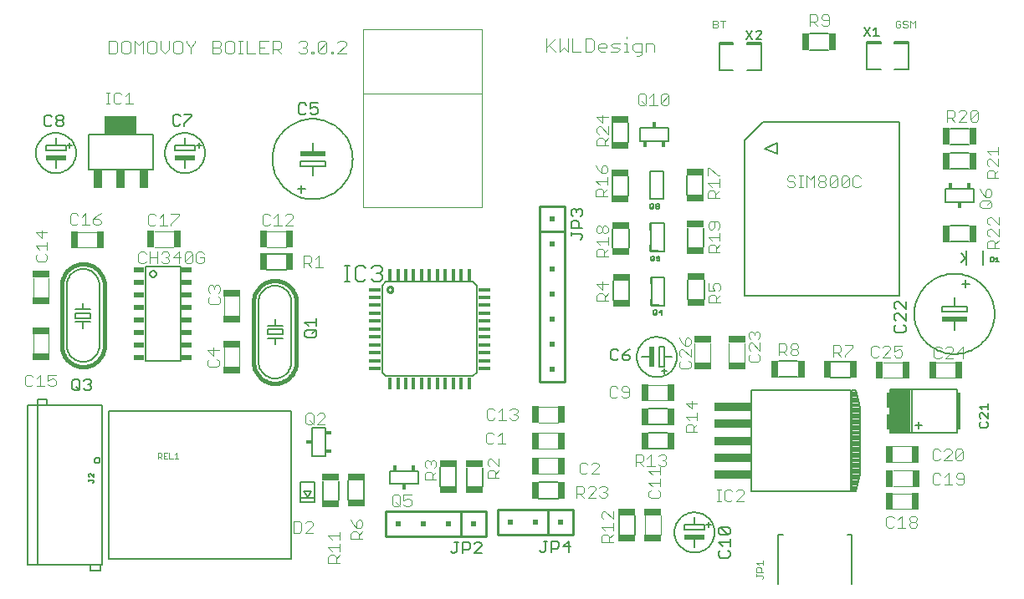
<source format=gbr>
G75*
G70*
%OFA0B0*%
%FSLAX24Y24*%
%IPPOS*%
%LPD*%
%AMOC8*
5,1,8,0,0,1.08239X$1,22.5*
%
%ADD10C,0.0040*%
%ADD11C,0.0030*%
%ADD12C,0.0050*%
%ADD13C,0.0020*%
%ADD14C,0.0039*%
%ADD15C,0.0060*%
%ADD16R,0.1000X0.0200*%
%ADD17C,0.0100*%
%ADD18R,0.0200X0.0200*%
%ADD19C,0.0080*%
%ADD20R,0.1260X0.0730*%
%ADD21R,0.0340X0.0730*%
%ADD22R,0.0800X0.0200*%
%ADD23R,0.0230X0.0180*%
%ADD24R,0.0690X0.0290*%
%ADD25R,0.0551X0.0079*%
%ADD26R,0.0854X0.0382*%
%ADD27R,0.0664X0.0383*%
%ADD28R,0.0854X0.0381*%
%ADD29R,0.0855X0.0380*%
%ADD30R,0.0856X0.0379*%
%ADD31R,0.0859X0.0376*%
%ADD32R,0.0664X0.0382*%
%ADD33R,0.0661X0.0380*%
%ADD34R,0.0665X0.0379*%
%ADD35R,0.0664X0.0377*%
%ADD36R,0.0200X0.0800*%
%ADD37R,0.0295X0.0669*%
%ADD38R,0.0669X0.0295*%
%ADD39R,0.0290X0.0690*%
%ADD40R,0.0453X0.0157*%
%ADD41R,0.0453X0.0157*%
%ADD42R,0.0453X0.0158*%
%ADD43R,0.0157X0.0453*%
%ADD44R,0.0157X0.0453*%
%ADD45R,0.0158X0.0453*%
%ADD46R,0.0404X0.0193*%
%ADD47C,0.0160*%
%ADD48C,0.0070*%
%ADD49R,0.0125X0.0625*%
%ADD50R,0.0125X0.1500*%
%ADD51R,0.0824X0.1741*%
%ADD52R,0.0180X0.0230*%
D10*
X011322Y003155D02*
X011552Y003155D01*
X011629Y003232D01*
X011629Y003539D01*
X011552Y003616D01*
X011322Y003616D01*
X011322Y003155D01*
X011783Y003155D02*
X012090Y003462D01*
X012090Y003539D01*
X012013Y003616D01*
X011859Y003616D01*
X011783Y003539D01*
X011783Y003155D02*
X012090Y003155D01*
X012700Y003032D02*
X013160Y003032D01*
X013160Y002879D02*
X013160Y003185D01*
X012853Y002879D02*
X012700Y003032D01*
X012700Y002572D02*
X013160Y002572D01*
X013160Y002725D02*
X013160Y002418D01*
X013160Y002265D02*
X013007Y002111D01*
X013007Y002188D02*
X013007Y001958D01*
X013160Y001958D02*
X012700Y001958D01*
X012700Y002188D01*
X012776Y002265D01*
X012930Y002265D01*
X013007Y002188D01*
X012853Y002418D02*
X012700Y002572D01*
X013600Y002899D02*
X013600Y003129D01*
X013676Y003206D01*
X013830Y003206D01*
X013907Y003129D01*
X013907Y002899D01*
X014060Y002899D02*
X013600Y002899D01*
X013907Y003052D02*
X014060Y003206D01*
X013983Y003359D02*
X013830Y003359D01*
X013830Y003590D01*
X013907Y003666D01*
X013983Y003666D01*
X014060Y003590D01*
X014060Y003436D01*
X013983Y003359D01*
X013830Y003359D02*
X013676Y003513D01*
X013600Y003666D01*
X015239Y004296D02*
X015239Y004603D01*
X015316Y004679D01*
X015469Y004679D01*
X015546Y004603D01*
X015546Y004296D01*
X015469Y004219D01*
X015316Y004219D01*
X015239Y004296D01*
X015393Y004372D02*
X015546Y004219D01*
X015700Y004296D02*
X015776Y004219D01*
X015930Y004219D01*
X016007Y004296D01*
X016007Y004449D01*
X015930Y004526D01*
X015853Y004526D01*
X015700Y004449D01*
X015700Y004679D01*
X016007Y004679D01*
X016540Y005279D02*
X016540Y005509D01*
X016616Y005586D01*
X016770Y005586D01*
X016847Y005509D01*
X016847Y005279D01*
X017000Y005279D02*
X016540Y005279D01*
X016847Y005432D02*
X017000Y005586D01*
X016923Y005739D02*
X017000Y005816D01*
X017000Y005970D01*
X016923Y006046D01*
X016847Y006046D01*
X016770Y005970D01*
X016770Y005893D01*
X016770Y005970D02*
X016693Y006046D01*
X016616Y006046D01*
X016540Y005970D01*
X016540Y005816D01*
X016616Y005739D01*
X019040Y005876D02*
X019116Y005799D01*
X019040Y005876D02*
X019040Y006030D01*
X019116Y006106D01*
X019193Y006106D01*
X019500Y005799D01*
X019500Y006106D01*
X019500Y005646D02*
X019347Y005492D01*
X019347Y005569D02*
X019347Y005339D01*
X019500Y005339D02*
X019040Y005339D01*
X019040Y005569D01*
X019116Y005646D01*
X019270Y005646D01*
X019347Y005569D01*
X021090Y005519D02*
X021850Y005519D01*
X021850Y006139D02*
X021090Y006139D01*
X021090Y006519D02*
X021850Y006519D01*
X021850Y007139D02*
X021090Y007139D01*
X021090Y007559D02*
X021850Y007559D01*
X021850Y008179D02*
X021090Y008179D01*
X020237Y008043D02*
X020237Y007966D01*
X020160Y007889D01*
X020237Y007812D01*
X020237Y007736D01*
X020160Y007659D01*
X020006Y007659D01*
X019930Y007736D01*
X019776Y007659D02*
X019469Y007659D01*
X019623Y007659D02*
X019623Y008119D01*
X019469Y007966D01*
X019316Y008043D02*
X019239Y008119D01*
X019086Y008119D01*
X019009Y008043D01*
X019009Y007736D01*
X019086Y007659D01*
X019239Y007659D01*
X019316Y007736D01*
X019219Y007159D02*
X019066Y007159D01*
X018989Y007083D01*
X018989Y006776D01*
X019066Y006699D01*
X019219Y006699D01*
X019296Y006776D01*
X019450Y006699D02*
X019757Y006699D01*
X019603Y006699D02*
X019603Y007159D01*
X019450Y007006D01*
X019296Y007083D02*
X019219Y007159D01*
X020083Y007889D02*
X020160Y007889D01*
X020237Y008043D02*
X020160Y008119D01*
X020006Y008119D01*
X019930Y008043D01*
X022709Y005883D02*
X022786Y005959D01*
X022939Y005959D01*
X023016Y005883D01*
X023170Y005883D02*
X023246Y005959D01*
X023400Y005959D01*
X023477Y005883D01*
X023477Y005806D01*
X023170Y005499D01*
X023477Y005499D01*
X023016Y005576D02*
X022939Y005499D01*
X022786Y005499D01*
X022709Y005576D01*
X022709Y005883D01*
X022809Y005019D02*
X022579Y005019D01*
X022579Y004559D01*
X022579Y004712D02*
X022809Y004712D01*
X022886Y004789D01*
X022886Y004943D01*
X022809Y005019D01*
X023039Y004943D02*
X023116Y005019D01*
X023269Y005019D01*
X023346Y004943D01*
X023346Y004866D01*
X023039Y004559D01*
X023346Y004559D01*
X023500Y004636D02*
X023576Y004559D01*
X023730Y004559D01*
X023807Y004636D01*
X023807Y004712D01*
X023730Y004789D01*
X023653Y004789D01*
X023730Y004789D02*
X023807Y004866D01*
X023807Y004943D01*
X023730Y005019D01*
X023576Y005019D01*
X023500Y004943D01*
X022886Y004559D02*
X022732Y004712D01*
X023580Y003930D02*
X023656Y004007D01*
X023733Y004007D01*
X024040Y003700D01*
X024040Y004007D01*
X023580Y003930D02*
X023580Y003776D01*
X023656Y003700D01*
X023580Y003393D02*
X024040Y003393D01*
X024040Y003546D02*
X024040Y003239D01*
X024040Y003086D02*
X023887Y002932D01*
X023887Y003009D02*
X023887Y002779D01*
X024040Y002779D02*
X023580Y002779D01*
X023580Y003009D01*
X023656Y003086D01*
X023810Y003086D01*
X023887Y003009D01*
X023733Y003239D02*
X023580Y003393D01*
X025320Y003089D02*
X025320Y003849D01*
X025940Y003849D02*
X025940Y003089D01*
X028185Y004414D02*
X028339Y004414D01*
X028262Y004414D02*
X028262Y004876D01*
X028185Y004876D02*
X028339Y004876D01*
X028492Y004799D02*
X028492Y004491D01*
X028569Y004414D01*
X028723Y004414D01*
X028800Y004491D01*
X028954Y004414D02*
X029262Y004722D01*
X029262Y004799D01*
X029185Y004876D01*
X029031Y004876D01*
X028954Y004799D01*
X028800Y004799D02*
X028723Y004876D01*
X028569Y004876D01*
X028492Y004799D01*
X028954Y004414D02*
X029262Y004414D01*
X025920Y004626D02*
X025920Y004779D01*
X025843Y004856D01*
X025920Y005009D02*
X025920Y005316D01*
X025920Y005163D02*
X025460Y005163D01*
X025613Y005009D01*
X025536Y004856D02*
X025460Y004779D01*
X025460Y004626D01*
X025536Y004549D01*
X025843Y004549D01*
X025920Y004626D01*
X025920Y005470D02*
X025920Y005777D01*
X025936Y005819D02*
X025860Y005896D01*
X025936Y005819D02*
X026090Y005819D01*
X026167Y005896D01*
X026167Y005972D01*
X026090Y006049D01*
X026013Y006049D01*
X026090Y006049D02*
X026167Y006126D01*
X026167Y006203D01*
X026090Y006279D01*
X025936Y006279D01*
X025860Y006203D01*
X025553Y006279D02*
X025553Y005819D01*
X025706Y005819D02*
X025399Y005819D01*
X025246Y005819D02*
X025092Y005972D01*
X025169Y005972D02*
X024939Y005972D01*
X024939Y005819D02*
X024939Y006279D01*
X025169Y006279D01*
X025246Y006203D01*
X025246Y006049D01*
X025169Y005972D01*
X025399Y006126D02*
X025553Y006279D01*
X025460Y005623D02*
X025920Y005623D01*
X025613Y005470D02*
X025460Y005623D01*
X026940Y007179D02*
X026940Y007409D01*
X027016Y007486D01*
X027170Y007486D01*
X027247Y007409D01*
X027247Y007179D01*
X027400Y007179D02*
X026940Y007179D01*
X027247Y007332D02*
X027400Y007486D01*
X027400Y007639D02*
X027400Y007946D01*
X027400Y007793D02*
X026940Y007793D01*
X027093Y007639D01*
X027170Y008100D02*
X027170Y008407D01*
X027400Y008330D02*
X026940Y008330D01*
X027170Y008100D01*
X026210Y008439D02*
X025450Y008439D01*
X024677Y008616D02*
X024677Y008923D01*
X024600Y008999D01*
X024446Y008999D01*
X024370Y008923D01*
X024370Y008846D01*
X024446Y008769D01*
X024677Y008769D01*
X024677Y008616D02*
X024600Y008539D01*
X024446Y008539D01*
X024370Y008616D01*
X024216Y008616D02*
X024139Y008539D01*
X023986Y008539D01*
X023909Y008616D01*
X023909Y008923D01*
X023986Y008999D01*
X024139Y008999D01*
X024216Y008923D01*
X025450Y009059D02*
X026210Y009059D01*
X026756Y009709D02*
X027063Y009709D01*
X027140Y009786D01*
X027140Y009939D01*
X027063Y010016D01*
X027140Y010169D02*
X026833Y010476D01*
X026756Y010476D01*
X026680Y010400D01*
X026680Y010246D01*
X026756Y010169D01*
X026756Y010016D02*
X026680Y009939D01*
X026680Y009786D01*
X026756Y009709D01*
X027300Y009969D02*
X027300Y010729D01*
X027140Y010706D02*
X027140Y010860D01*
X027063Y010937D01*
X026987Y010937D01*
X026910Y010860D01*
X026910Y010630D01*
X027063Y010630D01*
X027140Y010706D01*
X027140Y010476D02*
X027140Y010169D01*
X026910Y010630D02*
X026756Y010783D01*
X026680Y010937D01*
X027920Y010729D02*
X027920Y009969D01*
X028660Y009969D02*
X028660Y010729D01*
X029280Y010729D02*
X029280Y009969D01*
X029440Y010044D02*
X029516Y009968D01*
X029823Y009968D01*
X029900Y010044D01*
X029900Y010198D01*
X029823Y010275D01*
X029900Y010428D02*
X029593Y010735D01*
X029516Y010735D01*
X029440Y010658D01*
X029440Y010505D01*
X029516Y010428D01*
X029516Y010275D02*
X029440Y010198D01*
X029440Y010044D01*
X029900Y010428D02*
X029900Y010735D01*
X029823Y010889D02*
X029900Y010965D01*
X029900Y011119D01*
X029823Y011195D01*
X029747Y011195D01*
X029670Y011119D01*
X029670Y011042D01*
X029670Y011119D02*
X029593Y011195D01*
X029516Y011195D01*
X029440Y011119D01*
X029440Y010965D01*
X029516Y010889D01*
X030649Y010699D02*
X030649Y010239D01*
X030649Y010392D02*
X030879Y010392D01*
X030955Y010469D01*
X030955Y010623D01*
X030879Y010699D01*
X030649Y010699D01*
X030802Y010392D02*
X030955Y010239D01*
X031109Y010316D02*
X031109Y010392D01*
X031186Y010469D01*
X031339Y010469D01*
X031416Y010392D01*
X031416Y010316D01*
X031339Y010239D01*
X031186Y010239D01*
X031109Y010316D01*
X031186Y010469D02*
X031109Y010546D01*
X031109Y010623D01*
X031186Y010699D01*
X031339Y010699D01*
X031416Y010623D01*
X031416Y010546D01*
X031339Y010469D01*
X032819Y010332D02*
X033049Y010332D01*
X033126Y010409D01*
X033126Y010563D01*
X033049Y010639D01*
X032819Y010639D01*
X032819Y010179D01*
X032973Y010332D02*
X033126Y010179D01*
X033280Y010179D02*
X033280Y010256D01*
X033587Y010563D01*
X033587Y010639D01*
X033280Y010639D01*
X034329Y010543D02*
X034329Y010236D01*
X034406Y010159D01*
X034559Y010159D01*
X034636Y010236D01*
X034789Y010159D02*
X035096Y010466D01*
X035096Y010543D01*
X035019Y010619D01*
X034866Y010619D01*
X034789Y010543D01*
X034636Y010543D02*
X034559Y010619D01*
X034406Y010619D01*
X034329Y010543D01*
X034789Y010159D02*
X035096Y010159D01*
X035250Y010236D02*
X035326Y010159D01*
X035480Y010159D01*
X035557Y010236D01*
X035557Y010389D01*
X035480Y010466D01*
X035403Y010466D01*
X035250Y010389D01*
X035250Y010619D01*
X035557Y010619D01*
X035570Y009959D02*
X034810Y009959D01*
X034810Y009339D02*
X035570Y009339D01*
X036930Y009339D02*
X037690Y009339D01*
X037690Y009959D02*
X036930Y009959D01*
X036907Y010119D02*
X037060Y010119D01*
X037137Y010196D01*
X037290Y010119D02*
X037597Y010426D01*
X037597Y010503D01*
X037521Y010579D01*
X037367Y010579D01*
X037290Y010503D01*
X037137Y010503D02*
X037060Y010579D01*
X036907Y010579D01*
X036830Y010503D01*
X036830Y010196D01*
X036907Y010119D01*
X037290Y010119D02*
X037597Y010119D01*
X037751Y010349D02*
X038058Y010349D01*
X037981Y010119D02*
X037981Y010579D01*
X037751Y010349D01*
X037768Y006499D02*
X037921Y006499D01*
X037998Y006423D01*
X037691Y006116D01*
X037768Y006039D01*
X037921Y006039D01*
X037998Y006116D01*
X037998Y006423D01*
X037768Y006499D02*
X037691Y006423D01*
X037691Y006116D01*
X037537Y006039D02*
X037230Y006039D01*
X037537Y006346D01*
X037537Y006423D01*
X037461Y006499D01*
X037307Y006499D01*
X037230Y006423D01*
X037077Y006423D02*
X037000Y006499D01*
X036847Y006499D01*
X036770Y006423D01*
X036770Y006116D01*
X036847Y006039D01*
X037000Y006039D01*
X037077Y006116D01*
X037020Y005539D02*
X036867Y005539D01*
X036790Y005463D01*
X036790Y005156D01*
X036867Y005079D01*
X037020Y005079D01*
X037097Y005156D01*
X037250Y005079D02*
X037557Y005079D01*
X037404Y005079D02*
X037404Y005539D01*
X037250Y005386D01*
X037097Y005463D02*
X037020Y005539D01*
X037711Y005463D02*
X037711Y005386D01*
X037788Y005309D01*
X038018Y005309D01*
X038018Y005156D02*
X038018Y005463D01*
X037941Y005539D01*
X037788Y005539D01*
X037711Y005463D01*
X037711Y005156D02*
X037788Y005079D01*
X037941Y005079D01*
X038018Y005156D01*
X035970Y005019D02*
X035210Y005019D01*
X035190Y004719D02*
X035950Y004719D01*
X035950Y004099D02*
X035190Y004099D01*
X035160Y003819D02*
X035007Y003819D01*
X034930Y003743D01*
X034930Y003436D01*
X035007Y003359D01*
X035160Y003359D01*
X035237Y003436D01*
X035390Y003359D02*
X035697Y003359D01*
X035544Y003359D02*
X035544Y003819D01*
X035390Y003666D01*
X035237Y003743D02*
X035160Y003819D01*
X035851Y003743D02*
X035851Y003666D01*
X035928Y003589D01*
X036081Y003589D01*
X036158Y003512D01*
X036158Y003436D01*
X036081Y003359D01*
X035928Y003359D01*
X035851Y003436D01*
X035851Y003512D01*
X035928Y003589D01*
X036081Y003589D02*
X036158Y003666D01*
X036158Y003743D01*
X036081Y003819D01*
X035928Y003819D01*
X035851Y003743D01*
X035970Y005639D02*
X035210Y005639D01*
X035190Y005979D02*
X035950Y005979D01*
X035950Y006599D02*
X035190Y006599D01*
X028320Y012339D02*
X027860Y012339D01*
X027860Y012569D01*
X027936Y012646D01*
X028090Y012646D01*
X028167Y012569D01*
X028167Y012339D01*
X028167Y012492D02*
X028320Y012646D01*
X028243Y012799D02*
X028320Y012876D01*
X028320Y013030D01*
X028243Y013106D01*
X028090Y013106D01*
X028013Y013030D01*
X028013Y012953D01*
X028090Y012799D01*
X027860Y012799D01*
X027860Y013106D01*
X027840Y014339D02*
X027840Y014569D01*
X027916Y014646D01*
X028070Y014646D01*
X028147Y014569D01*
X028147Y014339D01*
X028300Y014339D02*
X027840Y014339D01*
X028147Y014492D02*
X028300Y014646D01*
X028300Y014799D02*
X028300Y015106D01*
X028300Y014953D02*
X027840Y014953D01*
X027993Y014799D01*
X027993Y015260D02*
X028070Y015336D01*
X028070Y015567D01*
X028223Y015567D02*
X027916Y015567D01*
X027840Y015490D01*
X027840Y015336D01*
X027916Y015260D01*
X027993Y015260D01*
X028223Y015260D02*
X028300Y015336D01*
X028300Y015490D01*
X028223Y015567D01*
X028280Y016499D02*
X027820Y016499D01*
X027820Y016729D01*
X027896Y016806D01*
X028050Y016806D01*
X028127Y016729D01*
X028127Y016499D01*
X028127Y016652D02*
X028280Y016806D01*
X028280Y016959D02*
X028280Y017266D01*
X028280Y017113D02*
X027820Y017113D01*
X027973Y016959D01*
X027820Y017420D02*
X027820Y017727D01*
X027896Y017727D01*
X028203Y017420D01*
X028280Y017420D01*
X030988Y017325D02*
X030988Y017248D01*
X031065Y017171D01*
X031218Y017171D01*
X031295Y017094D01*
X031295Y017018D01*
X031218Y016941D01*
X031065Y016941D01*
X030988Y017018D01*
X030988Y017325D02*
X031065Y017401D01*
X031218Y017401D01*
X031295Y017325D01*
X031449Y017401D02*
X031602Y017401D01*
X031525Y017401D02*
X031525Y016941D01*
X031449Y016941D02*
X031602Y016941D01*
X031756Y016941D02*
X031756Y017401D01*
X031909Y017248D01*
X032063Y017401D01*
X032063Y016941D01*
X032216Y017018D02*
X032216Y017094D01*
X032293Y017171D01*
X032446Y017171D01*
X032523Y017094D01*
X032523Y017018D01*
X032446Y016941D01*
X032293Y016941D01*
X032216Y017018D01*
X032293Y017171D02*
X032216Y017248D01*
X032216Y017325D01*
X032293Y017401D01*
X032446Y017401D01*
X032523Y017325D01*
X032523Y017248D01*
X032446Y017171D01*
X032676Y017018D02*
X032983Y017325D01*
X032983Y017018D01*
X032907Y016941D01*
X032753Y016941D01*
X032676Y017018D01*
X032676Y017325D01*
X032753Y017401D01*
X032907Y017401D01*
X032983Y017325D01*
X033137Y017325D02*
X033213Y017401D01*
X033367Y017401D01*
X033444Y017325D01*
X033137Y017018D01*
X033213Y016941D01*
X033367Y016941D01*
X033444Y017018D01*
X033444Y017325D01*
X033597Y017325D02*
X033597Y017018D01*
X033674Y016941D01*
X033827Y016941D01*
X033904Y017018D01*
X033904Y017325D02*
X033827Y017401D01*
X033674Y017401D01*
X033597Y017325D01*
X033137Y017325D02*
X033137Y017018D01*
X037359Y019559D02*
X037359Y020019D01*
X037589Y020019D01*
X037666Y019943D01*
X037666Y019789D01*
X037589Y019712D01*
X037359Y019712D01*
X037512Y019712D02*
X037666Y019559D01*
X037819Y019559D02*
X038126Y019866D01*
X038126Y019943D01*
X038049Y020019D01*
X037896Y020019D01*
X037819Y019943D01*
X037819Y019559D02*
X038126Y019559D01*
X038280Y019636D02*
X038587Y019943D01*
X038587Y019636D01*
X038510Y019559D01*
X038356Y019559D01*
X038280Y019636D01*
X038280Y019943D01*
X038356Y020019D01*
X038510Y020019D01*
X038587Y019943D01*
X039400Y018547D02*
X039400Y018240D01*
X039400Y018393D02*
X038940Y018393D01*
X039093Y018240D01*
X039093Y018086D02*
X039016Y018086D01*
X038940Y018010D01*
X038940Y017856D01*
X039016Y017779D01*
X039016Y017626D02*
X038940Y017549D01*
X038940Y017319D01*
X039400Y017319D01*
X039247Y017319D02*
X039247Y017549D01*
X039170Y017626D01*
X039016Y017626D01*
X039247Y017472D02*
X039400Y017626D01*
X039400Y017779D02*
X039093Y018086D01*
X039400Y018086D02*
X039400Y017779D01*
X039043Y016865D02*
X038967Y016865D01*
X038890Y016789D01*
X038890Y016559D01*
X039043Y016559D01*
X039120Y016635D01*
X039120Y016789D01*
X039043Y016865D01*
X038890Y016559D02*
X038736Y016712D01*
X038660Y016865D01*
X038736Y016405D02*
X039043Y016405D01*
X039120Y016328D01*
X039120Y016175D01*
X039043Y016098D01*
X038736Y016098D01*
X038660Y016175D01*
X038660Y016328D01*
X038736Y016405D01*
X038967Y016252D02*
X039120Y016405D01*
X039113Y015747D02*
X039036Y015747D01*
X038960Y015670D01*
X038960Y015516D01*
X039036Y015440D01*
X039036Y015286D02*
X038960Y015210D01*
X038960Y015056D01*
X039036Y014979D01*
X039036Y014826D02*
X039190Y014826D01*
X039267Y014749D01*
X039267Y014519D01*
X039420Y014519D02*
X038960Y014519D01*
X038960Y014749D01*
X039036Y014826D01*
X039267Y014672D02*
X039420Y014826D01*
X039420Y014979D02*
X039113Y015286D01*
X039036Y015286D01*
X039420Y015286D02*
X039420Y014979D01*
X039420Y015440D02*
X039113Y015747D01*
X039420Y015747D02*
X039420Y015440D01*
X032571Y023379D02*
X032647Y023456D01*
X032647Y023763D01*
X032571Y023839D01*
X032417Y023839D01*
X032340Y023763D01*
X032340Y023686D01*
X032417Y023609D01*
X032647Y023609D01*
X032571Y023379D02*
X032417Y023379D01*
X032340Y023456D01*
X032187Y023379D02*
X032033Y023532D01*
X032110Y023532D02*
X031880Y023532D01*
X031880Y023379D02*
X031880Y023839D01*
X032110Y023839D01*
X032187Y023763D01*
X032187Y023609D01*
X032110Y023532D01*
X026268Y020603D02*
X025961Y020296D01*
X026038Y020219D01*
X026191Y020219D01*
X026268Y020296D01*
X026268Y020603D01*
X026191Y020679D01*
X026038Y020679D01*
X025961Y020603D01*
X025961Y020296D01*
X025807Y020219D02*
X025500Y020219D01*
X025347Y020219D02*
X025193Y020372D01*
X025040Y020296D02*
X025040Y020603D01*
X025117Y020679D01*
X025270Y020679D01*
X025347Y020603D01*
X025347Y020296D01*
X025270Y020219D01*
X025117Y020219D01*
X025040Y020296D01*
X025500Y020526D02*
X025654Y020679D01*
X025654Y020219D01*
X023860Y019750D02*
X023400Y019750D01*
X023630Y019520D01*
X023630Y019827D01*
X023553Y019366D02*
X023476Y019366D01*
X023400Y019290D01*
X023400Y019136D01*
X023476Y019059D01*
X023476Y018906D02*
X023630Y018906D01*
X023707Y018829D01*
X023707Y018599D01*
X023860Y018599D02*
X023400Y018599D01*
X023400Y018829D01*
X023476Y018906D01*
X023707Y018752D02*
X023860Y018906D01*
X023860Y019059D02*
X023553Y019366D01*
X023860Y019366D02*
X023860Y019059D01*
X023743Y017805D02*
X023667Y017805D01*
X023590Y017729D01*
X023590Y017499D01*
X023743Y017499D01*
X023820Y017575D01*
X023820Y017729D01*
X023743Y017805D01*
X023590Y017499D02*
X023436Y017652D01*
X023360Y017805D01*
X023820Y017345D02*
X023820Y017038D01*
X023820Y016885D02*
X023667Y016731D01*
X023667Y016808D02*
X023667Y016578D01*
X023820Y016578D02*
X023360Y016578D01*
X023360Y016808D01*
X023436Y016885D01*
X023590Y016885D01*
X023667Y016808D01*
X023513Y017038D02*
X023360Y017192D01*
X023820Y017192D01*
X023763Y015405D02*
X023840Y015329D01*
X023840Y015175D01*
X023763Y015099D01*
X023687Y015099D01*
X023610Y015175D01*
X023610Y015329D01*
X023687Y015405D01*
X023763Y015405D01*
X023610Y015329D02*
X023533Y015405D01*
X023456Y015405D01*
X023380Y015329D01*
X023380Y015175D01*
X023456Y015099D01*
X023533Y015099D01*
X023610Y015175D01*
X023840Y014945D02*
X023840Y014638D01*
X023840Y014485D02*
X023687Y014331D01*
X023687Y014408D02*
X023687Y014178D01*
X023840Y014178D02*
X023380Y014178D01*
X023380Y014408D01*
X023456Y014485D01*
X023610Y014485D01*
X023687Y014408D01*
X023533Y014638D02*
X023380Y014792D01*
X023840Y014792D01*
X023630Y013165D02*
X023630Y012859D01*
X023400Y013089D01*
X023860Y013089D01*
X023860Y012705D02*
X023707Y012552D01*
X023707Y012628D02*
X023707Y012398D01*
X023860Y012398D02*
X023400Y012398D01*
X023400Y012628D01*
X023476Y012705D01*
X023630Y012705D01*
X023707Y012628D01*
X012487Y013759D02*
X012180Y013759D01*
X012333Y013759D02*
X012333Y014219D01*
X012180Y014066D01*
X012026Y014143D02*
X012026Y013989D01*
X011949Y013912D01*
X011719Y013912D01*
X011719Y013759D02*
X011719Y014219D01*
X011949Y014219D01*
X012026Y014143D01*
X011873Y013912D02*
X012026Y013759D01*
X011010Y014559D02*
X010250Y014559D01*
X010250Y015179D02*
X011010Y015179D01*
X010991Y015419D02*
X011298Y015726D01*
X011298Y015803D01*
X011221Y015879D01*
X011068Y015879D01*
X010991Y015803D01*
X010684Y015879D02*
X010530Y015726D01*
X010377Y015803D02*
X010300Y015879D01*
X010147Y015879D01*
X010070Y015803D01*
X010070Y015496D01*
X010147Y015419D01*
X010300Y015419D01*
X010377Y015496D01*
X010530Y015419D02*
X010837Y015419D01*
X010684Y015419D02*
X010684Y015879D01*
X010991Y015419D02*
X011298Y015419D01*
X007739Y014293D02*
X007662Y014369D01*
X007509Y014369D01*
X007432Y014293D01*
X007432Y013986D01*
X007509Y013909D01*
X007662Y013909D01*
X007739Y013986D01*
X007739Y014139D01*
X007585Y014139D01*
X007278Y013986D02*
X007202Y013909D01*
X007048Y013909D01*
X006972Y013986D01*
X007278Y014293D01*
X007278Y013986D01*
X006972Y013986D02*
X006972Y014293D01*
X007048Y014369D01*
X007202Y014369D01*
X007278Y014293D01*
X006818Y014139D02*
X006511Y014139D01*
X006741Y014369D01*
X006741Y013909D01*
X006358Y013986D02*
X006281Y013909D01*
X006128Y013909D01*
X006051Y013986D01*
X005897Y013909D02*
X005897Y014369D01*
X006051Y014293D02*
X006128Y014369D01*
X006281Y014369D01*
X006358Y014293D01*
X006358Y014216D01*
X006281Y014139D01*
X006358Y014062D01*
X006358Y013986D01*
X006281Y014139D02*
X006204Y014139D01*
X005897Y014139D02*
X005590Y014139D01*
X005437Y013986D02*
X005360Y013909D01*
X005207Y013909D01*
X005130Y013986D01*
X005130Y014293D01*
X005207Y014369D01*
X005360Y014369D01*
X005437Y014293D01*
X005590Y014369D02*
X005590Y013909D01*
X005770Y014559D02*
X006530Y014559D01*
X006530Y015179D02*
X005770Y015179D01*
X005740Y015419D02*
X005817Y015496D01*
X005740Y015419D02*
X005587Y015419D01*
X005510Y015496D01*
X005510Y015803D01*
X005587Y015879D01*
X005740Y015879D01*
X005817Y015803D01*
X005970Y015726D02*
X006124Y015879D01*
X006124Y015419D01*
X006277Y015419D02*
X005970Y015419D01*
X006431Y015419D02*
X006431Y015496D01*
X006738Y015803D01*
X006738Y015879D01*
X006431Y015879D01*
X003637Y015899D02*
X003483Y015823D01*
X003330Y015669D01*
X003560Y015669D01*
X003637Y015592D01*
X003637Y015516D01*
X003560Y015439D01*
X003406Y015439D01*
X003330Y015516D01*
X003330Y015669D01*
X003176Y015439D02*
X002869Y015439D01*
X003023Y015439D02*
X003023Y015899D01*
X002869Y015746D01*
X002716Y015823D02*
X002639Y015899D01*
X002486Y015899D01*
X002409Y015823D01*
X002409Y015516D01*
X002486Y015439D01*
X002639Y015439D01*
X002716Y015516D01*
X002730Y015159D02*
X003490Y015159D01*
X003490Y014539D02*
X002730Y014539D01*
X001500Y014603D02*
X001040Y014603D01*
X001193Y014449D01*
X001116Y014296D02*
X001040Y014219D01*
X001040Y014066D01*
X001116Y013989D01*
X001423Y013989D01*
X001500Y014066D01*
X001500Y014219D01*
X001423Y014296D01*
X001500Y014449D02*
X001500Y014756D01*
X001270Y014910D02*
X001270Y015217D01*
X001500Y015140D02*
X001040Y015140D01*
X001270Y014910D01*
X001560Y013329D02*
X001560Y012569D01*
X000940Y012569D02*
X000940Y013329D01*
X000940Y011069D02*
X000940Y010309D01*
X001560Y010309D02*
X001560Y011069D01*
X001531Y009459D02*
X001531Y009229D01*
X001684Y009306D01*
X001761Y009306D01*
X001838Y009229D01*
X001838Y009076D01*
X001761Y008999D01*
X001608Y008999D01*
X001531Y009076D01*
X001377Y008999D02*
X001070Y008999D01*
X001224Y008999D02*
X001224Y009459D01*
X001070Y009306D01*
X000917Y009383D02*
X000840Y009459D01*
X000687Y009459D01*
X000610Y009383D01*
X000610Y009076D01*
X000687Y008999D01*
X000840Y008999D01*
X000917Y009076D01*
X001531Y009459D02*
X001838Y009459D01*
X007880Y009845D02*
X007956Y009768D01*
X008263Y009768D01*
X008340Y009845D01*
X008340Y009998D01*
X008263Y010075D01*
X008110Y010229D02*
X008110Y010535D01*
X008340Y010459D02*
X007880Y010459D01*
X008110Y010229D01*
X007956Y010075D02*
X007880Y009998D01*
X007880Y009845D01*
X008540Y009789D02*
X008540Y010549D01*
X009160Y010549D02*
X009160Y009789D01*
X011799Y007863D02*
X011876Y007939D01*
X012029Y007939D01*
X012106Y007863D01*
X012106Y007556D01*
X012029Y007479D01*
X011876Y007479D01*
X011799Y007556D01*
X011799Y007863D01*
X011953Y007632D02*
X012106Y007479D01*
X012260Y007479D02*
X012567Y007786D01*
X012567Y007863D01*
X012490Y007939D01*
X012336Y007939D01*
X012260Y007863D01*
X012260Y007479D02*
X012567Y007479D01*
X009160Y011809D02*
X009160Y012569D01*
X008540Y012569D02*
X008540Y011809D01*
X008303Y012269D02*
X008380Y012346D01*
X008380Y012499D01*
X008303Y012576D01*
X008303Y012729D02*
X008380Y012806D01*
X008380Y012960D01*
X008303Y013036D01*
X008227Y013036D01*
X008150Y012960D01*
X008150Y012883D01*
X008150Y012960D02*
X008073Y013036D01*
X007996Y013036D01*
X007920Y012960D01*
X007920Y012806D01*
X007996Y012729D01*
X007996Y012576D02*
X007920Y012499D01*
X007920Y012346D01*
X007996Y012269D01*
X008303Y012269D01*
X004917Y020269D02*
X004610Y020269D01*
X004763Y020269D02*
X004763Y020729D01*
X004610Y020576D01*
X004456Y020653D02*
X004379Y020729D01*
X004226Y020729D01*
X004149Y020653D01*
X004149Y020346D01*
X004226Y020269D01*
X004379Y020269D01*
X004456Y020346D01*
X003996Y020269D02*
X003842Y020269D01*
X003919Y020269D02*
X003919Y020729D01*
X003842Y020729D02*
X003996Y020729D01*
X003950Y022269D02*
X004210Y022269D01*
X004297Y022356D01*
X004297Y022703D01*
X004210Y022789D01*
X003950Y022789D01*
X003950Y022269D01*
X004466Y022356D02*
X004552Y022269D01*
X004726Y022269D01*
X004813Y022356D01*
X004813Y022703D01*
X004726Y022789D01*
X004552Y022789D01*
X004466Y022703D01*
X004466Y022356D01*
X004981Y022269D02*
X004981Y022789D01*
X005155Y022616D01*
X005328Y022789D01*
X005328Y022269D01*
X005497Y022356D02*
X005584Y022269D01*
X005757Y022269D01*
X005844Y022356D01*
X005844Y022703D01*
X005757Y022789D01*
X005584Y022789D01*
X005497Y022703D01*
X005497Y022356D01*
X006013Y022442D02*
X006013Y022789D01*
X006360Y022789D02*
X006360Y022442D01*
X006186Y022269D01*
X006013Y022442D01*
X006528Y022356D02*
X006528Y022703D01*
X006615Y022789D01*
X006788Y022789D01*
X006875Y022703D01*
X006875Y022356D01*
X006788Y022269D01*
X006615Y022269D01*
X006528Y022356D01*
X007044Y022703D02*
X007217Y022529D01*
X007217Y022269D01*
X007217Y022529D02*
X007391Y022703D01*
X007391Y022789D01*
X007044Y022789D02*
X007044Y022703D01*
X008075Y022789D02*
X008075Y022269D01*
X008335Y022269D01*
X008422Y022356D01*
X008422Y022442D01*
X008335Y022529D01*
X008075Y022529D01*
X008335Y022529D02*
X008422Y022616D01*
X008422Y022703D01*
X008335Y022789D01*
X008075Y022789D01*
X008591Y022703D02*
X008591Y022356D01*
X008677Y022269D01*
X008851Y022269D01*
X008938Y022356D01*
X008938Y022703D01*
X008851Y022789D01*
X008677Y022789D01*
X008591Y022703D01*
X009106Y022789D02*
X009280Y022789D01*
X009193Y022789D02*
X009193Y022269D01*
X009106Y022269D02*
X009280Y022269D01*
X009450Y022269D02*
X009797Y022269D01*
X009966Y022269D02*
X010313Y022269D01*
X010481Y022269D02*
X010481Y022789D01*
X010742Y022789D01*
X010828Y022703D01*
X010828Y022529D01*
X010742Y022442D01*
X010481Y022442D01*
X010655Y022442D02*
X010828Y022269D01*
X011513Y022356D02*
X011599Y022269D01*
X011773Y022269D01*
X011860Y022356D01*
X011860Y022442D01*
X011773Y022529D01*
X011686Y022529D01*
X011773Y022529D02*
X011860Y022616D01*
X011860Y022703D01*
X011773Y022789D01*
X011599Y022789D01*
X011513Y022703D01*
X012028Y022356D02*
X012115Y022356D01*
X012115Y022269D01*
X012028Y022269D01*
X012028Y022356D01*
X012286Y022356D02*
X012633Y022703D01*
X012633Y022356D01*
X012546Y022269D01*
X012373Y022269D01*
X012286Y022356D01*
X012286Y022703D01*
X012373Y022789D01*
X012546Y022789D01*
X012633Y022703D01*
X012802Y022356D02*
X012889Y022356D01*
X012889Y022269D01*
X012802Y022269D01*
X012802Y022356D01*
X013060Y022269D02*
X013407Y022616D01*
X013407Y022703D01*
X013320Y022789D01*
X013146Y022789D01*
X013060Y022703D01*
X013060Y022269D02*
X013407Y022269D01*
X010313Y022789D02*
X009966Y022789D01*
X009966Y022269D01*
X009966Y022529D02*
X010139Y022529D01*
X009450Y022789D02*
X009450Y022269D01*
X021390Y022349D02*
X021390Y022869D01*
X021477Y022609D02*
X021737Y022349D01*
X021906Y022349D02*
X022079Y022522D01*
X022253Y022349D01*
X022253Y022869D01*
X022421Y022869D02*
X022421Y022349D01*
X022768Y022349D01*
X022937Y022349D02*
X023197Y022349D01*
X023284Y022436D01*
X023284Y022783D01*
X023197Y022869D01*
X022937Y022869D01*
X022937Y022349D01*
X023453Y022436D02*
X023453Y022609D01*
X023539Y022696D01*
X023713Y022696D01*
X023800Y022609D01*
X023800Y022522D01*
X023453Y022522D01*
X023453Y022436D02*
X023539Y022349D01*
X023713Y022349D01*
X023968Y022349D02*
X024228Y022349D01*
X024315Y022436D01*
X024228Y022522D01*
X024055Y022522D01*
X023968Y022609D01*
X024055Y022696D01*
X024315Y022696D01*
X024484Y022696D02*
X024571Y022696D01*
X024571Y022349D01*
X024657Y022349D02*
X024484Y022349D01*
X024828Y022436D02*
X024828Y022609D01*
X024914Y022696D01*
X025175Y022696D01*
X025175Y022262D01*
X025088Y022175D01*
X025001Y022175D01*
X024914Y022349D02*
X025175Y022349D01*
X025343Y022349D02*
X025343Y022696D01*
X025603Y022696D01*
X025690Y022609D01*
X025690Y022349D01*
X024914Y022349D02*
X024828Y022436D01*
X024571Y022869D02*
X024571Y022956D01*
X021906Y022869D02*
X021906Y022349D01*
X021390Y022522D02*
X021737Y022869D01*
D11*
X028025Y023304D02*
X028170Y023304D01*
X028218Y023352D01*
X028218Y023401D01*
X028170Y023449D01*
X028025Y023449D01*
X028025Y023304D02*
X028025Y023594D01*
X028170Y023594D01*
X028218Y023546D01*
X028218Y023497D01*
X028170Y023449D01*
X028320Y023594D02*
X028513Y023594D01*
X028416Y023594D02*
X028416Y023304D01*
X035305Y023352D02*
X035353Y023304D01*
X035450Y023304D01*
X035498Y023352D01*
X035498Y023449D01*
X035402Y023449D01*
X035498Y023546D02*
X035450Y023594D01*
X035353Y023594D01*
X035305Y023546D01*
X035305Y023352D01*
X035600Y023352D02*
X035648Y023304D01*
X035745Y023304D01*
X035793Y023352D01*
X035793Y023401D01*
X035745Y023449D01*
X035648Y023449D01*
X035600Y023497D01*
X035600Y023546D01*
X035648Y023594D01*
X035745Y023594D01*
X035793Y023546D01*
X035894Y023594D02*
X035894Y023304D01*
X036088Y023304D02*
X036088Y023594D01*
X035991Y023497D01*
X035894Y023594D01*
D12*
X035456Y019559D02*
X035417Y019559D01*
X030082Y019559D01*
X030004Y019559D01*
X029275Y018830D01*
X029275Y018693D01*
X029275Y018830D01*
X029275Y018693D02*
X029275Y012630D01*
X035456Y012630D01*
X035456Y012669D01*
X035456Y019559D01*
X030575Y018712D02*
X030575Y018279D01*
X030082Y018476D01*
X030575Y018712D01*
X030082Y019559D02*
X030004Y019559D01*
X025881Y016242D02*
X025849Y016274D01*
X025786Y016274D01*
X025754Y016242D01*
X025754Y016211D01*
X025786Y016179D01*
X025849Y016179D01*
X025881Y016147D01*
X025881Y016116D01*
X025849Y016084D01*
X025786Y016084D01*
X025754Y016116D01*
X025754Y016147D01*
X025786Y016179D01*
X025849Y016179D02*
X025881Y016211D01*
X025881Y016242D01*
X025660Y016242D02*
X025660Y016116D01*
X025628Y016084D01*
X025565Y016084D01*
X025533Y016116D01*
X025533Y016242D01*
X025565Y016274D01*
X025628Y016274D01*
X025660Y016242D01*
X025596Y016147D02*
X025660Y016084D01*
X022825Y016009D02*
X022825Y015859D01*
X022750Y015784D01*
X022600Y015934D02*
X022600Y016009D01*
X022675Y016084D01*
X022750Y016084D01*
X022825Y016009D01*
X022600Y016009D02*
X022525Y016084D01*
X022450Y016084D01*
X022375Y016009D01*
X022375Y015859D01*
X022450Y015784D01*
X022450Y015623D02*
X022600Y015623D01*
X022675Y015548D01*
X022675Y015323D01*
X022825Y015323D02*
X022375Y015323D01*
X022375Y015548D01*
X022450Y015623D01*
X022375Y015163D02*
X022375Y015013D01*
X022375Y015088D02*
X022750Y015088D01*
X022825Y015013D01*
X022825Y014938D01*
X022750Y014863D01*
X025553Y014162D02*
X025553Y014036D01*
X025585Y014004D01*
X025648Y014004D01*
X025680Y014036D01*
X025680Y014162D01*
X025648Y014194D01*
X025585Y014194D01*
X025553Y014162D01*
X025616Y014067D02*
X025680Y014004D01*
X025774Y014036D02*
X025806Y014004D01*
X025869Y014004D01*
X025901Y014036D01*
X025901Y014162D01*
X025869Y014194D01*
X025806Y014194D01*
X025774Y014162D01*
X025774Y014131D01*
X025806Y014099D01*
X025901Y014099D01*
X025969Y012034D02*
X025874Y011939D01*
X026001Y011939D01*
X025969Y011844D02*
X025969Y012034D01*
X025780Y012002D02*
X025780Y011876D01*
X025748Y011844D01*
X025685Y011844D01*
X025653Y011876D01*
X025653Y012002D01*
X025685Y012034D01*
X025748Y012034D01*
X025780Y012002D01*
X025716Y011907D02*
X025780Y011844D01*
X024725Y010484D02*
X024575Y010409D01*
X024425Y010259D01*
X024650Y010259D01*
X024725Y010184D01*
X024725Y010109D01*
X024650Y010034D01*
X024500Y010034D01*
X024425Y010109D01*
X024425Y010259D01*
X024264Y010109D02*
X024189Y010034D01*
X024039Y010034D01*
X023964Y010109D01*
X023964Y010409D01*
X024039Y010484D01*
X024189Y010484D01*
X024264Y010409D01*
X035255Y011228D02*
X035330Y011153D01*
X035630Y011153D01*
X035705Y011228D01*
X035705Y011378D01*
X035630Y011453D01*
X035705Y011613D02*
X035405Y011913D01*
X035330Y011913D01*
X035255Y011838D01*
X035255Y011688D01*
X035330Y011613D01*
X035330Y011453D02*
X035255Y011378D01*
X035255Y011228D01*
X035705Y011613D02*
X035705Y011913D01*
X035705Y012074D02*
X035405Y012374D01*
X035330Y012374D01*
X035255Y012299D01*
X035255Y012149D01*
X035330Y012074D01*
X035705Y012074D02*
X035705Y012374D01*
X039075Y013969D02*
X039170Y013969D01*
X039202Y014001D01*
X039202Y014127D01*
X039170Y014159D01*
X039075Y014159D01*
X039075Y013969D01*
X039296Y013969D02*
X039423Y013969D01*
X039359Y013969D02*
X039359Y014159D01*
X039296Y014096D01*
X038985Y008314D02*
X038985Y008081D01*
X038985Y008197D02*
X038635Y008197D01*
X038751Y008081D01*
X038751Y007946D02*
X038693Y007946D01*
X038635Y007887D01*
X038635Y007771D01*
X038693Y007712D01*
X038693Y007578D02*
X038635Y007519D01*
X038635Y007402D01*
X038693Y007344D01*
X038927Y007344D01*
X038985Y007402D01*
X038985Y007519D01*
X038927Y007578D01*
X038985Y007712D02*
X038751Y007946D01*
X038985Y007946D02*
X038985Y007712D01*
X033565Y003077D02*
X033369Y003077D01*
X033565Y003077D02*
X033565Y001109D01*
X030613Y001109D02*
X030613Y003077D01*
X030810Y003077D01*
X028705Y003159D02*
X028630Y003084D01*
X028330Y003384D01*
X028630Y003384D01*
X028705Y003309D01*
X028705Y003159D01*
X028630Y003084D02*
X028330Y003084D01*
X028255Y003159D01*
X028255Y003309D01*
X028330Y003384D01*
X028705Y002923D02*
X028705Y002623D01*
X028705Y002773D02*
X028255Y002773D01*
X028405Y002623D01*
X028330Y002463D02*
X028255Y002388D01*
X028255Y002238D01*
X028330Y002163D01*
X028630Y002163D01*
X028705Y002238D01*
X028705Y002388D01*
X028630Y002463D01*
X022345Y002599D02*
X022045Y002599D01*
X022270Y002824D01*
X022270Y002374D01*
X021884Y002599D02*
X021809Y002524D01*
X021584Y002524D01*
X021584Y002374D02*
X021584Y002824D01*
X021809Y002824D01*
X021884Y002749D01*
X021884Y002599D01*
X021424Y002824D02*
X021274Y002824D01*
X021349Y002824D02*
X021349Y002449D01*
X021274Y002374D01*
X021199Y002374D01*
X021124Y002449D01*
X018805Y002334D02*
X018505Y002334D01*
X018805Y002634D01*
X018805Y002709D01*
X018730Y002784D01*
X018580Y002784D01*
X018505Y002709D01*
X018344Y002709D02*
X018344Y002559D01*
X018269Y002484D01*
X018044Y002484D01*
X018044Y002334D02*
X018044Y002784D01*
X018269Y002784D01*
X018344Y002709D01*
X017884Y002784D02*
X017734Y002784D01*
X017809Y002784D02*
X017809Y002409D01*
X017734Y002334D01*
X017659Y002334D01*
X017584Y002409D01*
X012140Y010954D02*
X011840Y010954D01*
X011765Y011029D01*
X011765Y011179D01*
X011840Y011254D01*
X012140Y011254D01*
X012215Y011179D01*
X012215Y011029D01*
X012140Y010954D01*
X012065Y011104D02*
X012215Y011254D01*
X012215Y011414D02*
X012215Y011715D01*
X012215Y011564D02*
X011765Y011564D01*
X011915Y011414D01*
X003255Y009219D02*
X003255Y009144D01*
X003180Y009069D01*
X003255Y008994D01*
X003255Y008919D01*
X003180Y008844D01*
X003030Y008844D01*
X002955Y008919D01*
X002794Y008919D02*
X002719Y008844D01*
X002569Y008844D01*
X002494Y008919D01*
X002494Y009219D01*
X002569Y009294D01*
X002719Y009294D01*
X002794Y009219D01*
X002794Y008919D01*
X002794Y008844D02*
X002644Y008994D01*
X002955Y009219D02*
X003030Y009294D01*
X003180Y009294D01*
X003255Y009219D01*
X003180Y009069D02*
X003105Y009069D01*
X003376Y006045D02*
X003378Y006065D01*
X003383Y006085D01*
X003393Y006103D01*
X003405Y006120D01*
X003420Y006134D01*
X003438Y006144D01*
X003457Y006152D01*
X003477Y006156D01*
X003497Y006156D01*
X003517Y006152D01*
X003536Y006144D01*
X003554Y006134D01*
X003569Y006120D01*
X003581Y006103D01*
X003591Y006085D01*
X003596Y006065D01*
X003598Y006045D01*
X003596Y006025D01*
X003591Y006005D01*
X003581Y005987D01*
X003569Y005970D01*
X003554Y005956D01*
X003536Y005946D01*
X003517Y005938D01*
X003497Y005934D01*
X003477Y005934D01*
X003457Y005938D01*
X003438Y005946D01*
X003420Y005956D01*
X003405Y005970D01*
X003393Y005987D01*
X003383Y006005D01*
X003378Y006025D01*
X003376Y006045D01*
X003345Y005510D02*
X003345Y005383D01*
X003218Y005510D01*
X003187Y005510D01*
X003155Y005478D01*
X003155Y005415D01*
X003187Y005383D01*
X003155Y005289D02*
X003155Y005225D01*
X003155Y005257D02*
X003313Y005257D01*
X003345Y005225D01*
X003345Y005194D01*
X003313Y005162D01*
X002071Y019374D02*
X001920Y019374D01*
X001845Y019449D01*
X001845Y019524D01*
X001920Y019599D01*
X002071Y019599D01*
X002146Y019524D01*
X002146Y019449D01*
X002071Y019374D01*
X002071Y019599D02*
X002146Y019674D01*
X002146Y019749D01*
X002071Y019824D01*
X001920Y019824D01*
X001845Y019749D01*
X001845Y019674D01*
X001920Y019599D01*
X001685Y019449D02*
X001610Y019374D01*
X001460Y019374D01*
X001385Y019449D01*
X001385Y019749D01*
X001460Y019824D01*
X001610Y019824D01*
X001685Y019749D01*
X006505Y019769D02*
X006505Y019469D01*
X006580Y019394D01*
X006730Y019394D01*
X006805Y019469D01*
X006965Y019469D02*
X006965Y019394D01*
X006965Y019469D02*
X007266Y019769D01*
X007266Y019844D01*
X006965Y019844D01*
X006805Y019769D02*
X006730Y019844D01*
X006580Y019844D01*
X006505Y019769D01*
X011514Y019929D02*
X011589Y019854D01*
X011739Y019854D01*
X011814Y019929D01*
X011975Y019929D02*
X012050Y019854D01*
X012200Y019854D01*
X012275Y019929D01*
X012275Y020079D01*
X012200Y020154D01*
X012125Y020154D01*
X011975Y020079D01*
X011975Y020304D01*
X012275Y020304D01*
X011814Y020229D02*
X011739Y020304D01*
X011589Y020304D01*
X011514Y020229D01*
X011514Y019929D01*
D13*
X006652Y006339D02*
X006652Y006119D01*
X006579Y006119D02*
X006726Y006119D01*
X006579Y006266D02*
X006652Y006339D01*
X006505Y006119D02*
X006358Y006119D01*
X006358Y006339D01*
X006284Y006339D02*
X006137Y006339D01*
X006137Y006119D01*
X006284Y006119D01*
X006210Y006229D02*
X006137Y006229D01*
X006063Y006229D02*
X006026Y006192D01*
X005916Y006192D01*
X005916Y006119D02*
X005916Y006339D01*
X006026Y006339D01*
X006063Y006302D01*
X006063Y006229D01*
X005989Y006192D02*
X006063Y006119D01*
X029752Y001962D02*
X030032Y001962D01*
X030032Y002055D02*
X030032Y001868D01*
X029938Y001732D02*
X029938Y001592D01*
X030032Y001592D02*
X029752Y001592D01*
X029752Y001732D01*
X029798Y001779D01*
X029892Y001779D01*
X029938Y001732D01*
X029845Y001868D02*
X029752Y001962D01*
X029752Y001503D02*
X029752Y001409D01*
X029752Y001456D02*
X029985Y001456D01*
X030032Y001409D01*
X030032Y001362D01*
X029985Y001316D01*
D14*
X018814Y016149D02*
X014090Y016149D01*
X014090Y020676D01*
X014090Y023236D01*
X018814Y023236D01*
X018814Y020676D01*
X014090Y020676D01*
X018814Y020676D02*
X018814Y016149D01*
D15*
X014841Y013723D02*
X014841Y013616D01*
X014735Y013509D01*
X014841Y013402D01*
X014841Y013296D01*
X014735Y013189D01*
X014521Y013189D01*
X014414Y013296D01*
X014197Y013296D02*
X014090Y013189D01*
X013876Y013189D01*
X013770Y013296D01*
X013770Y013723D01*
X013876Y013829D01*
X014090Y013829D01*
X014197Y013723D01*
X014414Y013723D02*
X014521Y013829D01*
X014735Y013829D01*
X014841Y013723D01*
X014735Y013509D02*
X014628Y013509D01*
X013554Y013189D02*
X013340Y013189D01*
X013447Y013189D02*
X013447Y013829D01*
X013340Y013829D02*
X013554Y013829D01*
X011220Y012369D02*
X011220Y009969D01*
X011218Y009919D01*
X011212Y009870D01*
X011203Y009821D01*
X011190Y009773D01*
X011173Y009726D01*
X011153Y009681D01*
X011129Y009637D01*
X011102Y009595D01*
X011071Y009555D01*
X011038Y009518D01*
X011002Y009484D01*
X010964Y009452D01*
X010923Y009423D01*
X010881Y009398D01*
X010836Y009376D01*
X010790Y009357D01*
X010742Y009342D01*
X010694Y009331D01*
X010645Y009323D01*
X010595Y009319D01*
X010545Y009319D01*
X010495Y009323D01*
X010446Y009331D01*
X010398Y009342D01*
X010350Y009357D01*
X010304Y009376D01*
X010259Y009398D01*
X010217Y009423D01*
X010176Y009452D01*
X010138Y009484D01*
X010102Y009518D01*
X010069Y009555D01*
X010038Y009595D01*
X010011Y009637D01*
X009987Y009681D01*
X009967Y009726D01*
X009950Y009773D01*
X009937Y009821D01*
X009928Y009870D01*
X009922Y009919D01*
X009920Y009969D01*
X009920Y012369D01*
X009922Y012419D01*
X009928Y012468D01*
X009937Y012517D01*
X009950Y012565D01*
X009967Y012612D01*
X009987Y012657D01*
X010011Y012701D01*
X010038Y012743D01*
X010069Y012783D01*
X010102Y012820D01*
X010138Y012854D01*
X010176Y012886D01*
X010217Y012915D01*
X010259Y012940D01*
X010304Y012962D01*
X010350Y012981D01*
X010398Y012996D01*
X010446Y013007D01*
X010495Y013015D01*
X010545Y013019D01*
X010595Y013019D01*
X010645Y013015D01*
X010694Y013007D01*
X010742Y012996D01*
X010790Y012981D01*
X010836Y012962D01*
X010881Y012940D01*
X010923Y012915D01*
X010964Y012886D01*
X011002Y012854D01*
X011038Y012820D01*
X011071Y012783D01*
X011102Y012743D01*
X011129Y012701D01*
X011153Y012657D01*
X011173Y012612D01*
X011190Y012565D01*
X011203Y012517D01*
X011212Y012468D01*
X011218Y012419D01*
X011220Y012369D01*
X010570Y011669D02*
X010570Y011419D01*
X010870Y011419D01*
X010870Y011269D02*
X010870Y011069D01*
X010270Y011069D01*
X010270Y011269D01*
X010870Y011269D01*
X010570Y011419D02*
X010270Y011419D01*
X010270Y010919D02*
X010570Y010919D01*
X010570Y010669D01*
X010570Y010919D02*
X010870Y010919D01*
X011010Y013649D02*
X010255Y013649D01*
X010255Y014289D02*
X011010Y014289D01*
X011620Y016719D02*
X011620Y017019D01*
X011770Y016869D02*
X011470Y016869D01*
X012070Y017419D02*
X012070Y017769D01*
X011570Y017769D01*
X011570Y017969D01*
X012570Y017969D01*
X012570Y017769D01*
X012070Y017769D01*
X010470Y018069D02*
X010472Y018149D01*
X010478Y018228D01*
X010488Y018307D01*
X010502Y018386D01*
X010519Y018464D01*
X010541Y018541D01*
X010566Y018616D01*
X010596Y018690D01*
X010628Y018763D01*
X010665Y018834D01*
X010705Y018903D01*
X010748Y018970D01*
X010795Y019035D01*
X010844Y019097D01*
X010897Y019157D01*
X010953Y019214D01*
X011011Y019269D01*
X011072Y019320D01*
X011136Y019368D01*
X011202Y019413D01*
X011270Y019455D01*
X011340Y019493D01*
X011412Y019527D01*
X011485Y019558D01*
X011560Y019586D01*
X011637Y019609D01*
X011714Y019629D01*
X011792Y019645D01*
X011871Y019657D01*
X011950Y019665D01*
X012030Y019669D01*
X012110Y019669D01*
X012190Y019665D01*
X012269Y019657D01*
X012348Y019645D01*
X012426Y019629D01*
X012503Y019609D01*
X012580Y019586D01*
X012655Y019558D01*
X012728Y019527D01*
X012800Y019493D01*
X012870Y019455D01*
X012938Y019413D01*
X013004Y019368D01*
X013068Y019320D01*
X013129Y019269D01*
X013187Y019214D01*
X013243Y019157D01*
X013296Y019097D01*
X013345Y019035D01*
X013392Y018970D01*
X013435Y018903D01*
X013475Y018834D01*
X013512Y018763D01*
X013544Y018690D01*
X013574Y018616D01*
X013599Y018541D01*
X013621Y018464D01*
X013638Y018386D01*
X013652Y018307D01*
X013662Y018228D01*
X013668Y018149D01*
X013670Y018069D01*
X013668Y017989D01*
X013662Y017910D01*
X013652Y017831D01*
X013638Y017752D01*
X013621Y017674D01*
X013599Y017597D01*
X013574Y017522D01*
X013544Y017448D01*
X013512Y017375D01*
X013475Y017304D01*
X013435Y017235D01*
X013392Y017168D01*
X013345Y017103D01*
X013296Y017041D01*
X013243Y016981D01*
X013187Y016924D01*
X013129Y016869D01*
X013068Y016818D01*
X013004Y016770D01*
X012938Y016725D01*
X012870Y016683D01*
X012800Y016645D01*
X012728Y016611D01*
X012655Y016580D01*
X012580Y016552D01*
X012503Y016529D01*
X012426Y016509D01*
X012348Y016493D01*
X012269Y016481D01*
X012190Y016473D01*
X012110Y016469D01*
X012030Y016469D01*
X011950Y016473D01*
X011871Y016481D01*
X011792Y016493D01*
X011714Y016509D01*
X011637Y016529D01*
X011560Y016552D01*
X011485Y016580D01*
X011412Y016611D01*
X011340Y016645D01*
X011270Y016683D01*
X011202Y016725D01*
X011136Y016770D01*
X011072Y016818D01*
X011011Y016869D01*
X010953Y016924D01*
X010897Y016981D01*
X010844Y017041D01*
X010795Y017103D01*
X010748Y017168D01*
X010705Y017235D01*
X010665Y017304D01*
X010628Y017375D01*
X010596Y017448D01*
X010566Y017522D01*
X010541Y017597D01*
X010519Y017674D01*
X010502Y017752D01*
X010488Y017831D01*
X010478Y017910D01*
X010472Y017989D01*
X010470Y018069D01*
X012070Y018319D02*
X012070Y018719D01*
X007640Y018609D02*
X007440Y018609D01*
X007390Y018609D02*
X006990Y018609D01*
X006590Y018609D01*
X006590Y018409D01*
X007390Y018409D01*
X007390Y018609D01*
X007540Y018709D02*
X007540Y018509D01*
X006990Y018609D02*
X006990Y018909D01*
X006190Y018309D02*
X006192Y018365D01*
X006198Y018422D01*
X006208Y018477D01*
X006222Y018532D01*
X006239Y018586D01*
X006261Y018638D01*
X006286Y018688D01*
X006314Y018737D01*
X006346Y018784D01*
X006381Y018828D01*
X006419Y018870D01*
X006460Y018909D01*
X006504Y018944D01*
X006550Y018977D01*
X006598Y019006D01*
X006648Y019032D01*
X006700Y019055D01*
X006754Y019073D01*
X006808Y019088D01*
X006863Y019099D01*
X006919Y019106D01*
X006976Y019109D01*
X007032Y019108D01*
X007089Y019103D01*
X007144Y019094D01*
X007199Y019081D01*
X007253Y019064D01*
X007306Y019044D01*
X007357Y019020D01*
X007406Y018992D01*
X007453Y018961D01*
X007498Y018927D01*
X007541Y018889D01*
X007580Y018849D01*
X007617Y018806D01*
X007650Y018761D01*
X007680Y018713D01*
X007707Y018663D01*
X007730Y018612D01*
X007750Y018559D01*
X007766Y018505D01*
X007778Y018449D01*
X007786Y018394D01*
X007790Y018337D01*
X007790Y018281D01*
X007786Y018224D01*
X007778Y018169D01*
X007766Y018113D01*
X007750Y018059D01*
X007730Y018006D01*
X007707Y017955D01*
X007680Y017905D01*
X007650Y017857D01*
X007617Y017812D01*
X007580Y017769D01*
X007541Y017729D01*
X007498Y017691D01*
X007453Y017657D01*
X007406Y017626D01*
X007357Y017598D01*
X007306Y017574D01*
X007253Y017554D01*
X007199Y017537D01*
X007144Y017524D01*
X007089Y017515D01*
X007032Y017510D01*
X006976Y017509D01*
X006919Y017512D01*
X006863Y017519D01*
X006808Y017530D01*
X006754Y017545D01*
X006700Y017563D01*
X006648Y017586D01*
X006598Y017612D01*
X006550Y017641D01*
X006504Y017674D01*
X006460Y017709D01*
X006419Y017748D01*
X006381Y017790D01*
X006346Y017834D01*
X006314Y017881D01*
X006286Y017930D01*
X006261Y017980D01*
X006239Y018032D01*
X006222Y018086D01*
X006208Y018141D01*
X006198Y018196D01*
X006192Y018253D01*
X006190Y018309D01*
X006990Y018059D02*
X006990Y017709D01*
X002500Y018609D02*
X002300Y018609D01*
X002250Y018609D02*
X001850Y018609D01*
X001450Y018609D01*
X001450Y018409D01*
X002250Y018409D01*
X002250Y018609D01*
X002400Y018709D02*
X002400Y018509D01*
X001850Y018609D02*
X001850Y018909D01*
X001050Y018309D02*
X001052Y018365D01*
X001058Y018422D01*
X001068Y018477D01*
X001082Y018532D01*
X001099Y018586D01*
X001121Y018638D01*
X001146Y018688D01*
X001174Y018737D01*
X001206Y018784D01*
X001241Y018828D01*
X001279Y018870D01*
X001320Y018909D01*
X001364Y018944D01*
X001410Y018977D01*
X001458Y019006D01*
X001508Y019032D01*
X001560Y019055D01*
X001614Y019073D01*
X001668Y019088D01*
X001723Y019099D01*
X001779Y019106D01*
X001836Y019109D01*
X001892Y019108D01*
X001949Y019103D01*
X002004Y019094D01*
X002059Y019081D01*
X002113Y019064D01*
X002166Y019044D01*
X002217Y019020D01*
X002266Y018992D01*
X002313Y018961D01*
X002358Y018927D01*
X002401Y018889D01*
X002440Y018849D01*
X002477Y018806D01*
X002510Y018761D01*
X002540Y018713D01*
X002567Y018663D01*
X002590Y018612D01*
X002610Y018559D01*
X002626Y018505D01*
X002638Y018449D01*
X002646Y018394D01*
X002650Y018337D01*
X002650Y018281D01*
X002646Y018224D01*
X002638Y018169D01*
X002626Y018113D01*
X002610Y018059D01*
X002590Y018006D01*
X002567Y017955D01*
X002540Y017905D01*
X002510Y017857D01*
X002477Y017812D01*
X002440Y017769D01*
X002401Y017729D01*
X002358Y017691D01*
X002313Y017657D01*
X002266Y017626D01*
X002217Y017598D01*
X002166Y017574D01*
X002113Y017554D01*
X002059Y017537D01*
X002004Y017524D01*
X001949Y017515D01*
X001892Y017510D01*
X001836Y017509D01*
X001779Y017512D01*
X001723Y017519D01*
X001668Y017530D01*
X001614Y017545D01*
X001560Y017563D01*
X001508Y017586D01*
X001458Y017612D01*
X001410Y017641D01*
X001364Y017674D01*
X001320Y017709D01*
X001279Y017748D01*
X001241Y017790D01*
X001206Y017834D01*
X001174Y017881D01*
X001146Y017930D01*
X001121Y017980D01*
X001099Y018032D01*
X001082Y018086D01*
X001068Y018141D01*
X001058Y018196D01*
X001052Y018253D01*
X001050Y018309D01*
X001850Y018059D02*
X001850Y017709D01*
X002280Y013029D02*
X002280Y010629D01*
X002282Y010579D01*
X002288Y010530D01*
X002297Y010481D01*
X002310Y010433D01*
X002327Y010386D01*
X002347Y010341D01*
X002371Y010297D01*
X002398Y010255D01*
X002429Y010215D01*
X002462Y010178D01*
X002498Y010144D01*
X002536Y010112D01*
X002577Y010083D01*
X002619Y010058D01*
X002664Y010036D01*
X002710Y010017D01*
X002758Y010002D01*
X002806Y009991D01*
X002855Y009983D01*
X002905Y009979D01*
X002955Y009979D01*
X003005Y009983D01*
X003054Y009991D01*
X003102Y010002D01*
X003150Y010017D01*
X003196Y010036D01*
X003241Y010058D01*
X003283Y010083D01*
X003324Y010112D01*
X003362Y010144D01*
X003398Y010178D01*
X003431Y010215D01*
X003462Y010255D01*
X003489Y010297D01*
X003513Y010341D01*
X003533Y010386D01*
X003550Y010433D01*
X003563Y010481D01*
X003572Y010530D01*
X003578Y010579D01*
X003580Y010629D01*
X003580Y013029D01*
X003578Y013079D01*
X003572Y013128D01*
X003563Y013177D01*
X003550Y013225D01*
X003533Y013272D01*
X003513Y013317D01*
X003489Y013361D01*
X003462Y013403D01*
X003431Y013443D01*
X003398Y013480D01*
X003362Y013514D01*
X003324Y013546D01*
X003283Y013575D01*
X003241Y013600D01*
X003196Y013622D01*
X003150Y013641D01*
X003102Y013656D01*
X003054Y013667D01*
X003005Y013675D01*
X002955Y013679D01*
X002905Y013679D01*
X002855Y013675D01*
X002806Y013667D01*
X002758Y013656D01*
X002710Y013641D01*
X002664Y013622D01*
X002619Y013600D01*
X002577Y013575D01*
X002536Y013546D01*
X002498Y013514D01*
X002462Y013480D01*
X002429Y013443D01*
X002398Y013403D01*
X002371Y013361D01*
X002347Y013317D01*
X002327Y013272D01*
X002310Y013225D01*
X002297Y013177D01*
X002288Y013128D01*
X002282Y013079D01*
X002280Y013029D01*
X002930Y012329D02*
X002930Y012079D01*
X003230Y012079D01*
X003230Y011929D02*
X003230Y011729D01*
X002630Y011729D01*
X002630Y011929D01*
X003230Y011929D01*
X002930Y012079D02*
X002630Y012079D01*
X002630Y011579D02*
X002930Y011579D01*
X002930Y011329D01*
X002930Y011579D02*
X003230Y011579D01*
X012050Y007349D02*
X012050Y006229D01*
X012570Y006229D01*
X012570Y007349D01*
X012050Y007349D01*
X012470Y005229D02*
X012470Y004474D01*
X012146Y004395D02*
X011594Y004395D01*
X011594Y005183D01*
X012146Y005183D01*
X012146Y004395D01*
X011870Y004592D02*
X012027Y004828D01*
X011713Y004828D01*
X011870Y004592D01*
X013110Y004474D02*
X013110Y005229D01*
X013490Y005244D02*
X013490Y004489D01*
X014130Y004489D02*
X014130Y005244D01*
X015150Y005109D02*
X016270Y005109D01*
X016270Y005629D01*
X015150Y005629D01*
X015150Y005109D01*
X017150Y005029D02*
X017150Y005784D01*
X017790Y005784D02*
X017790Y005029D01*
X018210Y005009D02*
X018210Y005764D01*
X018850Y005764D02*
X018850Y005009D01*
X021095Y005169D02*
X021850Y005169D01*
X021850Y004529D02*
X021095Y004529D01*
X024270Y003844D02*
X024270Y003089D01*
X024910Y003089D02*
X024910Y003844D01*
X026890Y003469D02*
X026890Y003269D01*
X027690Y003269D01*
X027690Y003469D01*
X027290Y003469D01*
X026890Y003469D01*
X027290Y003469D02*
X027290Y003769D01*
X027740Y003469D02*
X027940Y003469D01*
X027840Y003569D02*
X027840Y003369D01*
X026490Y003169D02*
X026492Y003225D01*
X026498Y003282D01*
X026508Y003337D01*
X026522Y003392D01*
X026539Y003446D01*
X026561Y003498D01*
X026586Y003548D01*
X026614Y003597D01*
X026646Y003644D01*
X026681Y003688D01*
X026719Y003730D01*
X026760Y003769D01*
X026804Y003804D01*
X026850Y003837D01*
X026898Y003866D01*
X026948Y003892D01*
X027000Y003915D01*
X027054Y003933D01*
X027108Y003948D01*
X027163Y003959D01*
X027219Y003966D01*
X027276Y003969D01*
X027332Y003968D01*
X027389Y003963D01*
X027444Y003954D01*
X027499Y003941D01*
X027553Y003924D01*
X027606Y003904D01*
X027657Y003880D01*
X027706Y003852D01*
X027753Y003821D01*
X027798Y003787D01*
X027841Y003749D01*
X027880Y003709D01*
X027917Y003666D01*
X027950Y003621D01*
X027980Y003573D01*
X028007Y003523D01*
X028030Y003472D01*
X028050Y003419D01*
X028066Y003365D01*
X028078Y003309D01*
X028086Y003254D01*
X028090Y003197D01*
X028090Y003141D01*
X028086Y003084D01*
X028078Y003029D01*
X028066Y002973D01*
X028050Y002919D01*
X028030Y002866D01*
X028007Y002815D01*
X027980Y002765D01*
X027950Y002717D01*
X027917Y002672D01*
X027880Y002629D01*
X027841Y002589D01*
X027798Y002551D01*
X027753Y002517D01*
X027706Y002486D01*
X027657Y002458D01*
X027606Y002434D01*
X027553Y002414D01*
X027499Y002397D01*
X027444Y002384D01*
X027389Y002375D01*
X027332Y002370D01*
X027276Y002369D01*
X027219Y002372D01*
X027163Y002379D01*
X027108Y002390D01*
X027054Y002405D01*
X027000Y002423D01*
X026948Y002446D01*
X026898Y002472D01*
X026850Y002501D01*
X026804Y002534D01*
X026760Y002569D01*
X026719Y002608D01*
X026681Y002650D01*
X026646Y002694D01*
X026614Y002741D01*
X026586Y002790D01*
X026561Y002840D01*
X026539Y002892D01*
X026522Y002946D01*
X026508Y003001D01*
X026498Y003056D01*
X026492Y003113D01*
X026490Y003169D01*
X027290Y002919D02*
X027290Y002569D01*
X026210Y006509D02*
X025455Y006509D01*
X025455Y007149D02*
X026210Y007149D01*
X026210Y007469D02*
X025455Y007469D01*
X025455Y008109D02*
X026210Y008109D01*
X026090Y009519D02*
X026090Y009719D01*
X026090Y009769D02*
X026090Y010169D01*
X026090Y010569D01*
X025890Y010569D01*
X025890Y009769D01*
X026090Y009769D01*
X026190Y009619D02*
X025990Y009619D01*
X026090Y010169D02*
X026390Y010169D01*
X024990Y010169D02*
X024992Y010225D01*
X024998Y010282D01*
X025008Y010337D01*
X025022Y010392D01*
X025039Y010446D01*
X025061Y010498D01*
X025086Y010548D01*
X025114Y010597D01*
X025146Y010644D01*
X025181Y010688D01*
X025219Y010730D01*
X025260Y010769D01*
X025304Y010804D01*
X025350Y010837D01*
X025398Y010866D01*
X025448Y010892D01*
X025500Y010915D01*
X025554Y010933D01*
X025608Y010948D01*
X025663Y010959D01*
X025719Y010966D01*
X025776Y010969D01*
X025832Y010968D01*
X025889Y010963D01*
X025944Y010954D01*
X025999Y010941D01*
X026053Y010924D01*
X026106Y010904D01*
X026157Y010880D01*
X026206Y010852D01*
X026253Y010821D01*
X026298Y010787D01*
X026341Y010749D01*
X026380Y010709D01*
X026417Y010666D01*
X026450Y010621D01*
X026480Y010573D01*
X026507Y010523D01*
X026530Y010472D01*
X026550Y010419D01*
X026566Y010365D01*
X026578Y010309D01*
X026586Y010254D01*
X026590Y010197D01*
X026590Y010141D01*
X026586Y010084D01*
X026578Y010029D01*
X026566Y009973D01*
X026550Y009919D01*
X026530Y009866D01*
X026507Y009815D01*
X026480Y009765D01*
X026450Y009717D01*
X026417Y009672D01*
X026380Y009629D01*
X026341Y009589D01*
X026298Y009551D01*
X026253Y009517D01*
X026206Y009486D01*
X026157Y009458D01*
X026106Y009434D01*
X026053Y009414D01*
X025999Y009397D01*
X025944Y009384D01*
X025889Y009375D01*
X025832Y009370D01*
X025776Y009369D01*
X025719Y009372D01*
X025663Y009379D01*
X025608Y009390D01*
X025554Y009405D01*
X025500Y009423D01*
X025448Y009446D01*
X025398Y009472D01*
X025350Y009501D01*
X025304Y009534D01*
X025260Y009569D01*
X025219Y009608D01*
X025181Y009650D01*
X025146Y009694D01*
X025114Y009741D01*
X025086Y009790D01*
X025061Y009840D01*
X025039Y009892D01*
X025022Y009946D01*
X025008Y010001D01*
X024998Y010056D01*
X024992Y010113D01*
X024990Y010169D01*
X025190Y010169D02*
X025540Y010169D01*
X025570Y012229D02*
X025570Y013349D01*
X026090Y013349D01*
X026090Y012229D01*
X025570Y012229D01*
X024690Y012454D02*
X024690Y013209D01*
X024050Y013209D02*
X024050Y012454D01*
X027030Y012489D02*
X027030Y013244D01*
X027670Y013244D02*
X027670Y012489D01*
X026070Y014389D02*
X025550Y014389D01*
X025550Y015509D01*
X026070Y015509D01*
X026070Y014389D01*
X027010Y014569D02*
X027010Y015324D01*
X027650Y015324D02*
X027650Y014569D01*
X026050Y016469D02*
X025530Y016469D01*
X025530Y017589D01*
X026050Y017589D01*
X026050Y016469D01*
X026990Y016649D02*
X026990Y017404D01*
X027630Y017404D02*
X027630Y016649D01*
X024650Y016614D02*
X024650Y017369D01*
X024010Y017369D02*
X024010Y016614D01*
X024030Y015289D02*
X024030Y014534D01*
X024670Y014534D02*
X024670Y015289D01*
X024650Y018749D02*
X024650Y019504D01*
X024010Y019504D02*
X024010Y018749D01*
X025130Y018789D02*
X025130Y019309D01*
X026250Y019309D01*
X026250Y018789D01*
X025130Y018789D01*
X031870Y022429D02*
X032625Y022429D01*
X032625Y023069D02*
X031870Y023069D01*
X037475Y019289D02*
X038230Y019289D01*
X038230Y018649D02*
X037475Y018649D01*
X037470Y018309D02*
X038225Y018309D01*
X038225Y017669D02*
X037470Y017669D01*
X037290Y016869D02*
X038410Y016869D01*
X038410Y016349D01*
X037290Y016349D01*
X037290Y016869D01*
X037470Y015409D02*
X038225Y015409D01*
X038225Y014769D02*
X037470Y014769D01*
X038100Y013239D02*
X038100Y012939D01*
X037950Y013089D02*
X038250Y013089D01*
X037650Y012539D02*
X037650Y012189D01*
X038150Y012189D01*
X038150Y011989D01*
X037150Y011989D01*
X037150Y012189D01*
X037650Y012189D01*
X036050Y011889D02*
X036052Y011969D01*
X036058Y012048D01*
X036068Y012127D01*
X036082Y012206D01*
X036099Y012284D01*
X036121Y012361D01*
X036146Y012436D01*
X036176Y012510D01*
X036208Y012583D01*
X036245Y012654D01*
X036285Y012723D01*
X036328Y012790D01*
X036375Y012855D01*
X036424Y012917D01*
X036477Y012977D01*
X036533Y013034D01*
X036591Y013089D01*
X036652Y013140D01*
X036716Y013188D01*
X036782Y013233D01*
X036850Y013275D01*
X036920Y013313D01*
X036992Y013347D01*
X037065Y013378D01*
X037140Y013406D01*
X037217Y013429D01*
X037294Y013449D01*
X037372Y013465D01*
X037451Y013477D01*
X037530Y013485D01*
X037610Y013489D01*
X037690Y013489D01*
X037770Y013485D01*
X037849Y013477D01*
X037928Y013465D01*
X038006Y013449D01*
X038083Y013429D01*
X038160Y013406D01*
X038235Y013378D01*
X038308Y013347D01*
X038380Y013313D01*
X038450Y013275D01*
X038518Y013233D01*
X038584Y013188D01*
X038648Y013140D01*
X038709Y013089D01*
X038767Y013034D01*
X038823Y012977D01*
X038876Y012917D01*
X038925Y012855D01*
X038972Y012790D01*
X039015Y012723D01*
X039055Y012654D01*
X039092Y012583D01*
X039124Y012510D01*
X039154Y012436D01*
X039179Y012361D01*
X039201Y012284D01*
X039218Y012206D01*
X039232Y012127D01*
X039242Y012048D01*
X039248Y011969D01*
X039250Y011889D01*
X039248Y011809D01*
X039242Y011730D01*
X039232Y011651D01*
X039218Y011572D01*
X039201Y011494D01*
X039179Y011417D01*
X039154Y011342D01*
X039124Y011268D01*
X039092Y011195D01*
X039055Y011124D01*
X039015Y011055D01*
X038972Y010988D01*
X038925Y010923D01*
X038876Y010861D01*
X038823Y010801D01*
X038767Y010744D01*
X038709Y010689D01*
X038648Y010638D01*
X038584Y010590D01*
X038518Y010545D01*
X038450Y010503D01*
X038380Y010465D01*
X038308Y010431D01*
X038235Y010400D01*
X038160Y010372D01*
X038083Y010349D01*
X038006Y010329D01*
X037928Y010313D01*
X037849Y010301D01*
X037770Y010293D01*
X037690Y010289D01*
X037610Y010289D01*
X037530Y010293D01*
X037451Y010301D01*
X037372Y010313D01*
X037294Y010329D01*
X037217Y010349D01*
X037140Y010372D01*
X037065Y010400D01*
X036992Y010431D01*
X036920Y010465D01*
X036850Y010503D01*
X036782Y010545D01*
X036716Y010590D01*
X036652Y010638D01*
X036591Y010689D01*
X036533Y010744D01*
X036477Y010801D01*
X036424Y010861D01*
X036375Y010923D01*
X036328Y010988D01*
X036285Y011055D01*
X036245Y011124D01*
X036208Y011195D01*
X036176Y011268D01*
X036146Y011342D01*
X036121Y011417D01*
X036099Y011494D01*
X036082Y011572D01*
X036068Y011651D01*
X036058Y011730D01*
X036052Y011809D01*
X036050Y011889D01*
X037650Y011639D02*
X037650Y011239D01*
X033470Y009989D02*
X032715Y009989D01*
X032715Y009349D02*
X033470Y009349D01*
X031394Y009369D02*
X030639Y009369D01*
X030639Y010009D02*
X031394Y010009D01*
D16*
X037650Y011689D03*
X012070Y018269D03*
D17*
X015044Y012864D02*
X015046Y012884D01*
X015051Y012904D01*
X015061Y012922D01*
X015073Y012939D01*
X015088Y012953D01*
X015106Y012963D01*
X015125Y012971D01*
X015145Y012975D01*
X015165Y012975D01*
X015185Y012971D01*
X015204Y012963D01*
X015222Y012953D01*
X015237Y012939D01*
X015249Y012922D01*
X015259Y012904D01*
X015264Y012884D01*
X015266Y012864D01*
X015264Y012844D01*
X015259Y012824D01*
X015249Y012806D01*
X015237Y012789D01*
X015222Y012775D01*
X015204Y012765D01*
X015185Y012757D01*
X015165Y012753D01*
X015145Y012753D01*
X015125Y012757D01*
X015106Y012765D01*
X015088Y012775D01*
X015073Y012789D01*
X015061Y012806D01*
X015051Y012824D01*
X015046Y012844D01*
X015044Y012864D01*
X021130Y015189D02*
X022130Y015189D01*
X022130Y016189D01*
X021130Y016189D01*
X021130Y009189D01*
X022130Y009189D01*
X022130Y015189D01*
X022450Y004069D02*
X019450Y004069D01*
X019450Y003069D01*
X021450Y003069D01*
X021450Y004069D01*
X022450Y004069D02*
X022450Y003069D01*
X021450Y003069D01*
X018990Y003029D02*
X017990Y003029D01*
X017990Y004029D01*
X018990Y004029D02*
X014990Y004029D01*
X014990Y003029D01*
X017990Y003029D01*
X018990Y003029D02*
X018990Y004029D01*
D18*
X018490Y003529D03*
X017490Y003529D03*
X016490Y003529D03*
X015490Y003529D03*
X019950Y003569D03*
X020950Y003569D03*
X021950Y003569D03*
X021630Y009689D03*
X021630Y010689D03*
X021630Y011689D03*
X021630Y012689D03*
X021630Y013689D03*
X021630Y014689D03*
X021630Y015689D03*
D19*
X000731Y008249D02*
X000731Y001871D01*
X001124Y001871D01*
X001124Y008249D01*
X003684Y008249D01*
X003684Y001871D01*
X001124Y001871D01*
X003211Y001871D02*
X003211Y001635D01*
X003605Y001635D01*
X003605Y001871D01*
X003947Y002103D02*
X011230Y002103D01*
X011230Y008009D01*
X003947Y008009D01*
X003947Y002103D01*
X001499Y008249D02*
X001499Y008486D01*
X001105Y008486D01*
X001105Y008249D01*
X001124Y008249D02*
X000731Y008249D01*
X005403Y010003D02*
X006817Y010003D01*
X006817Y013775D01*
X005403Y013775D01*
X005403Y010003D01*
X005590Y013483D02*
X005592Y013505D01*
X005598Y013527D01*
X005607Y013547D01*
X005620Y013565D01*
X005636Y013581D01*
X005654Y013594D01*
X005674Y013603D01*
X005696Y013609D01*
X005718Y013611D01*
X005740Y013609D01*
X005762Y013603D01*
X005782Y013594D01*
X005800Y013581D01*
X005816Y013565D01*
X005829Y013547D01*
X005838Y013527D01*
X005844Y013505D01*
X005846Y013483D01*
X005844Y013461D01*
X005838Y013439D01*
X005829Y013419D01*
X005816Y013401D01*
X005800Y013385D01*
X005782Y013372D01*
X005762Y013363D01*
X005740Y013357D01*
X005718Y013355D01*
X005696Y013357D01*
X005674Y013363D01*
X005654Y013372D01*
X005636Y013385D01*
X005620Y013401D01*
X005607Y013419D01*
X005598Y013439D01*
X005592Y013461D01*
X005590Y013483D01*
X005720Y017649D02*
X003140Y017649D01*
X003140Y019049D01*
X005720Y019049D01*
X005720Y017649D01*
X014840Y013021D02*
X014840Y009557D01*
X014998Y009399D01*
X018462Y009399D01*
X018620Y009557D01*
X018620Y013021D01*
X018462Y013179D01*
X014998Y013179D01*
X014840Y013021D01*
X025554Y013104D02*
X025554Y013340D01*
X025869Y013340D01*
X025554Y012474D02*
X025554Y012238D01*
X025869Y012238D01*
X025849Y014398D02*
X025534Y014398D01*
X025534Y014634D01*
X025534Y015264D02*
X025534Y015500D01*
X025849Y015500D01*
X025829Y016478D02*
X025514Y016478D01*
X025514Y016714D01*
X025514Y017344D02*
X025514Y017580D01*
X025829Y017580D01*
X028283Y021617D02*
X028834Y021617D01*
X028283Y021617D02*
X028283Y022641D01*
X028283Y022719D01*
X028834Y022719D01*
X028834Y022641D01*
X028283Y022641D01*
X028323Y022680D02*
X028834Y022680D01*
X029386Y022680D02*
X029897Y022680D01*
X029937Y022719D02*
X029937Y022641D01*
X029386Y022641D01*
X029386Y022719D01*
X029937Y022719D01*
X029937Y022641D02*
X029937Y021617D01*
X029386Y021617D01*
X034163Y021657D02*
X034714Y021657D01*
X035266Y021657D02*
X035817Y021657D01*
X035817Y022681D01*
X035817Y022759D01*
X035266Y022759D01*
X035266Y022681D01*
X035817Y022681D01*
X035777Y022720D02*
X035266Y022720D01*
X034714Y022720D02*
X034203Y022720D01*
X034163Y022759D02*
X034163Y022681D01*
X034163Y021657D01*
X034163Y022681D02*
X034714Y022681D01*
X034714Y022759D01*
X034163Y022759D01*
X037913Y014316D02*
X038100Y014129D01*
X037913Y013941D01*
X038107Y013860D02*
X038107Y014398D01*
X038795Y014398D02*
X038795Y013860D01*
X033713Y008839D02*
X033893Y008159D01*
X033893Y005499D01*
X033713Y004819D01*
X033551Y004819D01*
X033551Y008839D01*
X033551Y004819D01*
X033713Y004819D01*
X033893Y005499D01*
X033893Y008159D01*
X033713Y008839D01*
X033551Y008839D01*
X033713Y008839D01*
X033714Y008836D02*
X033551Y008836D01*
X033511Y008834D02*
X033511Y004823D01*
X029556Y004823D01*
X029556Y008834D01*
X033511Y008834D01*
X033551Y008757D02*
X033734Y008757D01*
X033755Y008679D02*
X033551Y008679D01*
X033551Y008600D02*
X033776Y008600D01*
X033797Y008522D02*
X033551Y008522D01*
X033551Y008443D02*
X033818Y008443D01*
X033838Y008365D02*
X033551Y008365D01*
X033551Y008286D02*
X033859Y008286D01*
X033880Y008208D02*
X033551Y008208D01*
X033551Y008129D02*
X033893Y008129D01*
X033893Y008051D02*
X033551Y008051D01*
X033551Y007972D02*
X033893Y007972D01*
X033893Y007894D02*
X033551Y007894D01*
X033551Y007815D02*
X033893Y007815D01*
X033893Y007737D02*
X033551Y007737D01*
X033551Y007658D02*
X033893Y007658D01*
X033893Y007580D02*
X033551Y007580D01*
X033551Y007501D02*
X033893Y007501D01*
X033893Y007423D02*
X033551Y007423D01*
X033551Y007344D02*
X033893Y007344D01*
X033893Y007266D02*
X033551Y007266D01*
X033551Y007187D02*
X033893Y007187D01*
X033893Y007109D02*
X033551Y007109D01*
X033551Y007030D02*
X033893Y007030D01*
X033893Y006952D02*
X033551Y006952D01*
X033551Y006873D02*
X033893Y006873D01*
X033893Y006795D02*
X033551Y006795D01*
X033551Y006716D02*
X033893Y006716D01*
X033893Y006638D02*
X033551Y006638D01*
X033551Y006559D02*
X033893Y006559D01*
X033893Y006481D02*
X033551Y006481D01*
X033551Y006402D02*
X033893Y006402D01*
X033893Y006324D02*
X033551Y006324D01*
X033551Y006245D02*
X033893Y006245D01*
X033893Y006167D02*
X033551Y006167D01*
X033551Y006088D02*
X033893Y006088D01*
X033893Y006010D02*
X033551Y006010D01*
X033551Y005931D02*
X033893Y005931D01*
X033893Y005853D02*
X033551Y005853D01*
X033551Y005774D02*
X033893Y005774D01*
X033893Y005696D02*
X033551Y005696D01*
X033551Y005617D02*
X033893Y005617D01*
X033893Y005539D02*
X033551Y005539D01*
X033551Y005460D02*
X033883Y005460D01*
X033862Y005382D02*
X033551Y005382D01*
X033551Y005303D02*
X033841Y005303D01*
X033820Y005225D02*
X033551Y005225D01*
X033551Y005146D02*
X033800Y005146D01*
X033779Y005068D02*
X033551Y005068D01*
X033551Y004989D02*
X033758Y004989D01*
X033737Y004911D02*
X033551Y004911D01*
X033551Y004832D02*
X033717Y004832D01*
D20*
X004430Y019424D03*
X004430Y019424D03*
D21*
X004430Y017274D03*
X004430Y017274D03*
X005340Y017274D03*
X005340Y017274D03*
X003520Y017274D03*
X003520Y017274D03*
D22*
X001850Y018109D03*
X006990Y018109D03*
X027290Y002969D03*
D23*
X012705Y006419D03*
X011915Y006789D03*
X012705Y007159D03*
D24*
X012790Y005369D03*
X013810Y005389D03*
X013810Y004349D03*
X012790Y004329D03*
X017470Y004889D03*
X018530Y004869D03*
X018530Y005909D03*
X017470Y005929D03*
X024590Y003989D03*
X024590Y002949D03*
X024370Y012309D03*
X024370Y013349D03*
X024350Y014389D03*
X024350Y015429D03*
X024330Y016469D03*
X024330Y017509D03*
X024330Y018609D03*
X024330Y019649D03*
X027310Y017549D03*
X027310Y016509D03*
X027330Y015469D03*
X027330Y014429D03*
X027350Y013389D03*
X027350Y012349D03*
D25*
X011870Y004553D03*
D26*
X028513Y008170D03*
D27*
X029258Y008170D03*
D28*
X028513Y007500D03*
D29*
X028512Y006829D03*
D30*
X028512Y006158D03*
D31*
X028511Y005487D03*
D32*
X029258Y007500D03*
D33*
X029260Y006829D03*
D34*
X029257Y006158D03*
D35*
X029258Y005487D03*
D36*
X025590Y010169D03*
D37*
X025308Y008749D03*
X026352Y008749D03*
X021992Y007869D03*
X020948Y007869D03*
X020948Y006829D03*
X021992Y006829D03*
X021992Y005829D03*
X020948Y005829D03*
X034668Y009649D03*
X035712Y009649D03*
X036788Y009649D03*
X037832Y009649D03*
X036092Y006289D03*
X035048Y006289D03*
X035068Y005329D03*
X036112Y005329D03*
X036092Y004409D03*
X035048Y004409D03*
X011152Y014869D03*
X010108Y014869D03*
X006672Y014869D03*
X005628Y014869D03*
X003632Y014849D03*
X002588Y014849D03*
D38*
X001250Y013471D03*
X001250Y012427D03*
X001250Y011211D03*
X001250Y010167D03*
X008850Y010691D03*
X008850Y011667D03*
X008850Y012711D03*
X008850Y009647D03*
X025630Y003991D03*
X025630Y002947D03*
X027610Y009827D03*
X028970Y009827D03*
X028970Y010871D03*
X027610Y010871D03*
D39*
X030499Y009689D03*
X031539Y009689D03*
X032570Y009669D03*
X033610Y009669D03*
X026350Y007789D03*
X025310Y007789D03*
X025310Y006829D03*
X026350Y006829D03*
X021990Y004849D03*
X020950Y004849D03*
X011150Y013969D03*
X010110Y013969D03*
X031730Y022749D03*
X032770Y022749D03*
X037330Y018969D03*
X038370Y018969D03*
X038370Y017989D03*
X037330Y017989D03*
X037330Y015089D03*
X038370Y015089D03*
D40*
X018905Y012864D03*
X018905Y011289D03*
X018905Y009714D03*
X014555Y009714D03*
X014555Y011289D03*
X014555Y012864D03*
D41*
X014555Y012549D03*
X014555Y012234D03*
X014555Y010344D03*
X014555Y010029D03*
X018905Y010029D03*
X018905Y010344D03*
X018905Y012234D03*
X018905Y012549D03*
D42*
X018905Y011919D03*
X018905Y011604D03*
X018905Y010974D03*
X018905Y010659D03*
X014555Y010659D03*
X014555Y010974D03*
X014555Y011604D03*
X014555Y011919D03*
D43*
X015155Y013464D03*
X016730Y013464D03*
X018305Y013464D03*
X018305Y009114D03*
X016730Y009114D03*
X015155Y009114D03*
D44*
X015470Y009114D03*
X015785Y009114D03*
X017675Y009114D03*
X017990Y009114D03*
X017990Y013464D03*
X017675Y013464D03*
X015785Y013464D03*
X015470Y013464D03*
D45*
X016100Y013464D03*
X016415Y013464D03*
X017045Y013464D03*
X017360Y013464D03*
X017360Y009114D03*
X017045Y009114D03*
X016415Y009114D03*
X016100Y009114D03*
D46*
X007058Y010139D03*
X007058Y010639D03*
X007058Y011139D03*
X007058Y011639D03*
X007058Y012139D03*
X007058Y012639D03*
X007058Y013139D03*
X007058Y013639D03*
X005162Y013639D03*
X005162Y013139D03*
X005162Y012639D03*
X005162Y012139D03*
X005162Y011639D03*
X005162Y011139D03*
X005162Y010639D03*
X005162Y010139D03*
D47*
X003780Y010629D02*
X003780Y013029D01*
X003778Y013086D01*
X003772Y013142D01*
X003763Y013198D01*
X003750Y013254D01*
X003733Y013308D01*
X003713Y013361D01*
X003689Y013412D01*
X003661Y013462D01*
X003631Y013510D01*
X003597Y013556D01*
X003560Y013599D01*
X003521Y013640D01*
X003479Y013678D01*
X003434Y013713D01*
X003387Y013745D01*
X003338Y013774D01*
X003288Y013800D01*
X003235Y013822D01*
X003182Y013841D01*
X003127Y013856D01*
X003071Y013867D01*
X003015Y013875D01*
X002958Y013879D01*
X002902Y013879D01*
X002845Y013875D01*
X002789Y013867D01*
X002733Y013856D01*
X002678Y013841D01*
X002625Y013822D01*
X002572Y013800D01*
X002522Y013774D01*
X002473Y013745D01*
X002426Y013713D01*
X002381Y013678D01*
X002339Y013640D01*
X002300Y013599D01*
X002263Y013556D01*
X002229Y013510D01*
X002199Y013462D01*
X002171Y013412D01*
X002147Y013361D01*
X002127Y013308D01*
X002110Y013254D01*
X002097Y013198D01*
X002088Y013142D01*
X002082Y013086D01*
X002080Y013029D01*
X002080Y010629D01*
X002082Y010572D01*
X002088Y010516D01*
X002097Y010460D01*
X002110Y010404D01*
X002127Y010350D01*
X002147Y010297D01*
X002171Y010246D01*
X002199Y010196D01*
X002229Y010148D01*
X002263Y010102D01*
X002300Y010059D01*
X002339Y010018D01*
X002381Y009980D01*
X002426Y009945D01*
X002473Y009913D01*
X002522Y009884D01*
X002572Y009858D01*
X002625Y009836D01*
X002678Y009817D01*
X002733Y009802D01*
X002789Y009791D01*
X002845Y009783D01*
X002902Y009779D01*
X002958Y009779D01*
X003015Y009783D01*
X003071Y009791D01*
X003127Y009802D01*
X003182Y009817D01*
X003235Y009836D01*
X003288Y009858D01*
X003338Y009884D01*
X003387Y009913D01*
X003434Y009945D01*
X003479Y009980D01*
X003521Y010018D01*
X003560Y010059D01*
X003597Y010102D01*
X003631Y010148D01*
X003661Y010196D01*
X003689Y010246D01*
X003713Y010297D01*
X003733Y010350D01*
X003750Y010404D01*
X003763Y010460D01*
X003772Y010516D01*
X003778Y010572D01*
X003780Y010629D01*
X009720Y009969D02*
X009720Y012369D01*
X009722Y012426D01*
X009728Y012482D01*
X009737Y012538D01*
X009750Y012594D01*
X009767Y012648D01*
X009787Y012701D01*
X009811Y012752D01*
X009839Y012802D01*
X009869Y012850D01*
X009903Y012896D01*
X009940Y012939D01*
X009979Y012980D01*
X010021Y013018D01*
X010066Y013053D01*
X010113Y013085D01*
X010162Y013114D01*
X010212Y013140D01*
X010265Y013162D01*
X010318Y013181D01*
X010373Y013196D01*
X010429Y013207D01*
X010485Y013215D01*
X010542Y013219D01*
X010598Y013219D01*
X010655Y013215D01*
X010711Y013207D01*
X010767Y013196D01*
X010822Y013181D01*
X010875Y013162D01*
X010928Y013140D01*
X010978Y013114D01*
X011027Y013085D01*
X011074Y013053D01*
X011119Y013018D01*
X011161Y012980D01*
X011200Y012939D01*
X011237Y012896D01*
X011271Y012850D01*
X011301Y012802D01*
X011329Y012752D01*
X011353Y012701D01*
X011373Y012648D01*
X011390Y012594D01*
X011403Y012538D01*
X011412Y012482D01*
X011418Y012426D01*
X011420Y012369D01*
X011420Y009969D01*
X011418Y009912D01*
X011412Y009856D01*
X011403Y009800D01*
X011390Y009744D01*
X011373Y009690D01*
X011353Y009637D01*
X011329Y009586D01*
X011301Y009536D01*
X011271Y009488D01*
X011237Y009442D01*
X011200Y009399D01*
X011161Y009358D01*
X011119Y009320D01*
X011074Y009285D01*
X011027Y009253D01*
X010978Y009224D01*
X010928Y009198D01*
X010875Y009176D01*
X010822Y009157D01*
X010767Y009142D01*
X010711Y009131D01*
X010655Y009123D01*
X010598Y009119D01*
X010542Y009119D01*
X010485Y009123D01*
X010429Y009131D01*
X010373Y009142D01*
X010318Y009157D01*
X010265Y009176D01*
X010212Y009198D01*
X010162Y009224D01*
X010113Y009253D01*
X010066Y009285D01*
X010021Y009320D01*
X009979Y009358D01*
X009940Y009399D01*
X009903Y009442D01*
X009869Y009488D01*
X009839Y009536D01*
X009811Y009586D01*
X009787Y009637D01*
X009767Y009690D01*
X009750Y009744D01*
X009737Y009800D01*
X009728Y009856D01*
X009722Y009912D01*
X009720Y009969D01*
D48*
X029368Y022864D02*
X029589Y023194D01*
X029737Y023139D02*
X029792Y023194D01*
X029902Y023194D01*
X029957Y023139D01*
X029957Y023084D01*
X029737Y022864D01*
X029957Y022864D01*
X029589Y022864D02*
X029368Y023194D01*
X034048Y023314D02*
X034269Y022984D01*
X034417Y022984D02*
X034637Y022984D01*
X034527Y022984D02*
X034527Y023314D01*
X034417Y023204D01*
X034269Y023314D02*
X034048Y022984D01*
X035074Y008884D02*
X035074Y007134D01*
X035936Y007134D01*
X035936Y008884D01*
X035074Y008884D01*
X035936Y008884D02*
X037746Y008884D01*
X037746Y007134D01*
X035936Y007134D01*
X036216Y007321D02*
X036216Y007571D01*
X036341Y007446D02*
X036091Y007446D01*
D49*
X035012Y007571D03*
X035012Y008446D03*
D50*
X037808Y008009D03*
D51*
X035486Y008013D03*
D52*
X037850Y016214D03*
X037480Y017004D03*
X038220Y017004D03*
X026060Y018654D03*
X025320Y018654D03*
X025690Y019444D03*
X016080Y005764D03*
X015340Y005764D03*
X015710Y004974D03*
M02*

</source>
